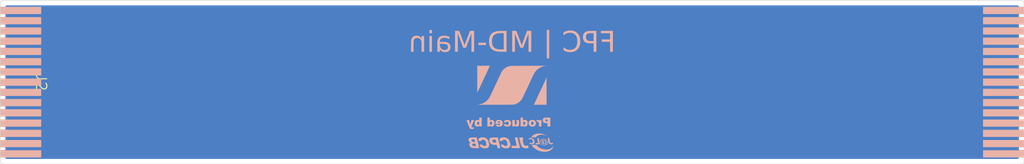
<source format=kicad_pcb>
(kicad_pcb (version 20240108) (generator "pcbnew") (generator_version "8.0")
  (layers (0 "F.Cu" signal) (31 "B.Cu" signal) (34 "B.Paste" user) (35 "F.Paste" user) (36 "B.SilkS" user "B.Silkscreen") (37 "F.SilkS" user "F.Silkscreen") (38 "B.Mask" user) (39 "F.Mask" user) (44 "Edge.Cuts" user))
  (net 0 "")
  (net 1 "Net-(J1-Pin_6)")
  (net 2 "Net-(J1-Pin_11)")
  (net 3 "Net-(J1-Pin_1)")
  (net 4 "Net-(J1-Pin_7)")
  (net 5 "Net-(J1-Pin_13)")
  (net 6 "Net-(J1-Pin_12)")
  (net 7 "Net-(J1-Pin_14)")
  (net 8 "Net-(J1-Pin_5)")
  (net 9 "Net-(J1-Pin_3)")
  (net 10 "Net-(J1-Pin_10)")
  (net 11 "Net-(J1-Pin_8)")
  (net 12 "Net-(J1-Pin_4)")
  (net 13 "Net-(J1-Pin_15)")
  (net 14 "Net-(J1-Pin_9)")
  (net 15 "Net-(J1-Pin_2)")
  (footprint "@2024TOINIOT2-FPC-FFC:FPC-FFC" (layer "F.Cu") (at 2 0 -90)
    (property "Reference" "J2")
    (property "Value" "Conn_01x15_Pin")
  )
  (footprint "@2024TOINIOT2-FPC-FFC:FPC-FFC" (layer "F.Cu") (at 98 0 -90)
    (property "Reference" "J1" (hide yes))
    (property "Value" "Conn_01x15_Pin")
  )
  (gr_poly (pts (xy 46.2 5.4) (xy 46.112412 5.401846) (xy 46.041866 5.404709) (xy 45.998393 5.408576) (xy 45.966273 5.414413) (xy 45.936547 5.42084) (xy 45.909152 5.427903) (xy 45.89631 5.431687) (xy 45.884027 5.435646) (xy 45.872296 5.439787) (xy 45.86111 5.444115) (xy 45.850459 5.448636) (xy 45.840338 5.453355) (xy 45.830737 5.458278) (xy 45.821649 5.46341) (xy 45.813067 5.468757) (xy 45.804983 5.474325) (xy 45.797388 5.48012) (xy 45.790276 5.486146) (xy 45.783638 5.49241) (xy 45.777466 5.498917) (xy 45.771754 5.505673) (xy 45.766492 5.512683) (xy 45.761674 5.519954) (xy 45.757292 5.52749) (xy 45.753337 5.535297) (xy 45.749803 5.543382) (xy 45.746681 5.551749) (xy 45.743964 5.560404) (xy 45.741643 5.569353) (xy 45.739712 5.578601) (xy 45.738162 5.588154) (xy 45.736985 5.598018) (xy 45.736233 5.608867) (xy 45.735955 5.619772) (xy 45.736141 5.630714) (xy 45.736781 5.641676) (xy 45.737865 5.652639) (xy 45.739383 5.663584) (xy 45.741325 5.674493) (xy 45.743683 5.685347) (xy 45.746444 5.696129) (xy 45.749601 5.706819) (xy 45.753142 5.717399) (xy 45.757058 5.727852) (xy 45.76134 5.738158) (xy 45.765976 5.748299) (xy 45.770958 5.758257) (xy 45.776276 5.768013) (xy 45.781919 5.777549) (xy 45.787877 5.786846) (xy 45.794142 5.795886) (xy 45.800702 5.804651) (xy 45.807548 5.813123) (xy 45.814671 5.821282) (xy 45.82206 5.82911) (xy 45.829705 5.836589) (xy 45.837597 5.843701) (xy 45.845725 5.850428) (xy 45.85408 5.85675) (xy 45.862652 5.862649) (xy 45.871431 5.868107) (xy 45.880407 5.873106) (xy 45.88957 5.877627) (xy 45.89891 5.881651) (xy 45.907441 5.885369) (xy 45.915163 5.888971) (xy 45.918718 5.890723) (xy 45.922065 5.892439) (xy 45.925203 5.894118) (xy 45.92813 5.895757) (xy 45.930845 5.897354) (xy 45.933346 5.898907) (xy 45.935631 5.900414) (xy 45.937698 5.901873) (xy 45.939546 5.903282) (xy 45.941173 5.904638) (xy 45.942577 5.905939) (xy 45.943757 5.907184) (xy 45.94471 5.908369) (xy 45.945435 5.909494) (xy 45.94593 5.910555) (xy 45.946194 5.911551) (xy 45.946224 5.91248) (xy 45.946151 5.912918) (xy 45.94602 5.913339) (xy 45.945828 5.913742) (xy 45.945578 5.914126) (xy 45.944898 5.91484) (xy 45.943977 5.915478) (xy 45.942815 5.916037) (xy 45.941409 5.916516) (xy 45.939757 5.916913) (xy 45.937858 5.917226) (xy 45.93571 5.917451) (xy 45.933311 5.917588) (xy 45.93066 5.917635) (xy 45.928842 5.917867) (xy 45.926586 5.918548) (xy 45.923923 5.919658) (xy 45.920887 5.921173) (xy 45.91751 5.923074) (xy 45.913824 5.925337) (xy 45.909862 5.92794) (xy 45.905657 5.930864) (xy 45.901241 5.934085) (xy 45.896647 5.937582) (xy 45.887053 5.945317) (xy 45.882119 5.949511) (xy 45.877138 5.953895) (xy 45.87214 5.958446) (xy 45.86716 5.963143) (xy 45.851744 5.978075) (xy 45.845473 5.984463) (xy 45.840073 5.990329) (xy 45.83548 5.995823) (xy 45.831627 6.001094) (xy 45.829958 6.003692) (xy 45.828451 6.006291) (xy 45.827095 6.008908) (xy 45.825885 6.011562) (xy 45.824811 6.014272) (xy 45.823865 6.017056) (xy 45.823039 6.019933) (xy 45.822325 6.022922) (xy 45.821201 6.029309) (xy 45.820428 6.036366) (xy 45.81994 6.044242) (xy 45.819671 6.053085) (xy 45.819535 6.074268) (xy 45.819736 6.086607) (xy 45.820337 6.098818) (xy 45.821336 6.110896) (xy 45.822728 6.122836) (xy 45.824513 6.134632) (xy 45.826686 6.146282) (xy 45.829244 6.15778) (xy 45.832185 6.169121) (xy 45.835506 6.180301) (xy 45.839204 6.191315) (xy 45.843276 6.202159) (xy 45.847719 6.212827) (xy 45.85253 6.223315) (xy 45.857707 6.23362) (xy 45.863246 6.243734) (xy 45.869144 6.253655) (xy 45.875399 6.263378) (xy 45.882008 6.272898) (xy 45.888967 6.28221) (xy 45.896274 6.291309) (xy 45.903927 6.300191) (xy 45.911921 6.308852) (xy 45.920254 6.317286) (xy 45.928924 6.32549) (xy 45.937927 6.333458) (xy 45.94726 6.341185) (xy 45.956921 6.348668) (xy 45.966906 6.3559) (xy 45.977213 6.362879) (xy 45.987839 6.369599) (xy 45.99878 6.376055) (xy 46.010035 6.382243) (xy 46.047488 6.400818) (xy 46.066043 6.408637) (xy 46.085028 6.415547) (xy 46.10485 6.421602) (xy 46.125916 6.426854) (xy 46.148635 6.431356) (xy 46.173415 6.43516) (xy 46.200663 6.438319) (xy 46.230786 6.440885) (xy 46.301291 6.444453) (xy 46.388193 6.446285) (xy 46.494751 6.446801) (xy 46.577826 6.446681) (xy 46.612442 6.446508) (xy 46.642819 6.446239) (xy 46.66924 6.445858) (xy 46.691986 6.44535) (xy 46.71134 6.4447) (xy 46.719834 6.444316) (xy 46.727585 6.443891) (xy 46.734629 6.443422) (xy 46.741002 6.442909) (xy 46.746738 6.442347) (xy 46.751873 6.441737) (xy 46.756442 6.441076) (xy 46.760481 6.440361) (xy 46.764024 6.439591) (xy 46.767107 6.438765) (xy 46.769766 6.437879) (xy 46.772034 6.436933) (xy 46.773949 6.435923) (xy 46.775545 6.43485) (xy 46.776857 6.433709) (xy 46.77792 6.4325) (xy 46.778771 6.43122) (xy 46.779443 6.429868) (xy 46.771384 6.382681) (xy 46.746718 6.267281) (xy 46.733216 6.207739) (xy 46.453246 6.207739) (xy 46.453151 6.210149) (xy 46.452927 6.212355) (xy 46.452575 6.214379) (xy 46.452096 6.216241) (xy 46.451809 6.217118) (xy 46.451491 6.217962) (xy 46.45076 6.219562) (xy 46.449904 6.221062) (xy 46.448925 6.222483) (xy 46.447822 6.223846) (xy 46.446597 6.225171) (xy 46.44525 6.22648) (xy 46.443782 6.227792) (xy 46.442193 6.229129) (xy 46.43866 6.23196) (xy 46.435375 6.234218) (xy 46.431832 6.236234) (xy 46.42797 6.238015) (xy 46.423727 6.239566) (xy 46.419045 6.240894) (xy 46.413861 6.242006) (xy 46.408117 6.242906) (xy 46.40175 6.243601) (xy 46.394702 6.244098) (xy 46.386911 6.244403) (xy 46.368859 6.244461) (xy 46.347112 6.243825) (xy 46.321184 6.242543) (xy 46.294343 6.240544) (xy 46.281623 6.239235) (xy 46.269368 6.237716) (xy 46.257574 6.235988) (xy 46.24624 6.234048) (xy 46.235364 6.231896) (xy 46.224942 6.229529) (xy 46.214974 6.226947) (xy 46.205455 6.224147) (xy 46.196385 6.22113) (xy 46.18776 6.217893) (xy 46.179579 6.214436) (xy 46.171839 6.210756) (xy 46.164537 6.206852) (xy 46.157672 6.202723) (xy 46.151241 6.198368) (xy 46.145242 6.193785) (xy 46.139672 6.188974) (xy 46.134529 6.183932) (xy 46.129812 6.178658) (xy 46.125516 6.173151) (xy 46.121641 6.167409) (xy 46.118183 6.161432) (xy 46.115141 6.155217) (xy 46.112512 6.148764) (xy 46.110294 6.142071) (xy 46.108485 6.135137) (xy 46.107081 6.12796) (xy 46.106082 6.120539) (xy 46.105484 6.112873) (xy 46.105285 6.10496) (xy 46.105383 6.100523) (xy 46.105678 6.096146) (xy 46.106165 6.091831) (xy 46.106841 6.087582) (xy 46.107705 6.083402) (xy 46.108752 6.079294) (xy 46.10998 6.075261) (xy 46.111387 6.071308) (xy 46.112968 6.067437) (xy 46.114722 6.063651) (xy 46.116645 6.059954) (xy 46.118735 6.056349) (xy 46.120988 6.052839) (xy 46.123402 6.049428) (xy 46.125974 6.046119) (xy 46.128701 6.042915) (xy 46.131579 6.039819) (xy 46.134606 6.036836) (xy 46.13778 6.033967) (xy 46.141097 6.031217) (xy 46.144554 6.028589) (xy 46.148148 6.026086) (xy 46.151877 6.023711) (xy 46.155738 6.021467) (xy 46.159727 6.019358) (xy 46.163842 6.017388) (xy 46.16808 6.015559) (xy 46.172438 6.013875) (xy 46.176912 6.012339) (xy 46.181501 6.010954) (xy 46.186202 6.009724) (xy 46.19101 6.008651) (xy 46.199409 6.007349) (xy 46.210081 6.00622) (xy 46.236816 6.004484) (xy 46.268363 6.003442) (xy 46.30187 6.003095) (xy 46.334484 6.003442) (xy 46.363353 6.004484) (xy 46.385623 6.00622) (xy 46.393393 6.007349) (xy 46.398443 6.008651) (xy 46.399754 6.009759) (xy 46.401292 6.011855) (xy 46.403034 6.014888) (xy 46.404959 6.018805) (xy 46.40927 6.029078) (xy 46.414053 6.042253) (xy 46.419134 6.057909) (xy 46.424339 6.075624) (xy 46.429494 6.094976) (xy 46.434426 6.115543) (xy 46.438706 6.13307) (xy 46.442422 6.148457) (xy 46.445579 6.161868) (xy 46.448185 6.17347) (xy 46.449282 6.178645) (xy 46.450244 6.183429) (xy 46.451072 6.187844) (xy 46.451765 6.19191) (xy 46.452325 6.195649) (xy 46.452752 6.19908) (xy 46.453047 6.202225) (xy 46.453212 6.205104) (xy 46.453246 6.207739) (xy 46.733216 6.207739) (xy 46.668451 5.922133) (xy 46.643707 5.81743) (xy 46.363791 5.81743) (xy 46.363749 5.819797) (xy 46.363612 5.82197) (xy 46.36338 5.82396) (xy 46.363055 5.825775) (xy 46.362637 5.827423) (xy 46.362126 5.828915) (xy 46.361524 5.83026) (xy 46.360831 5.831465) (xy 46.360048 5.832541) (xy 46.359176 5.833497) (xy 46.358216 5.834342) (xy 46.357168 5.835085) (xy 46.354512 5.836583) (xy 46.351135 5.837905) (xy 46.342389 5.840035) (xy 46.331267 5.841505) (xy 46.318109 5.842344) (xy 46.303251 5.842582) (xy 46.287033 5.842247) (xy 46.269791 5.84137) (xy 46.251864 5.839979) (xy 46.23359 5.838105) (xy 46.215306 5.835777) (xy 46.197351 5.833024) (xy 46.180063 5.829876) (xy 46.163779 5.826361) (xy 46.148838 5.822511) (xy 46.135577 5.818353) (xy 46.124335 5.813918) (xy 46.115881 5.809953) (xy 46.107787 5.805615) (xy 46.10006 5.800926) (xy 46.092707 5.79591) (xy 46.085734 5.79059) (xy 46.079149 5.78499) (xy 46.072958 5.779132) (xy 46.067168 5.77304) (xy 46.061786 5.766737) (xy 46.056818 5.760247) (xy 46.052272 5.753592) (xy 46.048153 5.746797) (xy 46.04447 5.739883) (xy 46.041228 5.732875) (xy 46.038434 5.725795) (xy 46.036096 5.718668) (xy 46.03422 5.711516) (xy 46.032812 5.704362) (xy 46.031881 5.69723) (xy 46.031431 5.690143) (xy 46.03147 5.683124) (xy 46.032006 5.676196) (xy 46.033044 5.669383) (xy 46.034592 5.662709) (xy 46.036655 5.656195) (xy 46.039242 5.649866) (xy 46.042359 5.643745) (xy 46.046012 5.637854) (xy 46.050209 5.632218) (xy 46.054956 5.62686) (xy 46.060259 5.621802) (xy 46.066127 5.617068) (xy 46.070706 5.613841) (xy 46.075375 5.610898) (xy 46.080223 5.608224) (xy 46.085342 5.605807) (xy 46.09082 5.603631) (xy 46.096748 5.601683) (xy 46.103215 5.599949) (xy 46.110312 5.598415) (xy 46.118128 5.597067) (xy 46.126753 5.595891) (xy 46.136278 5.594873) (xy 46.146791 5.594) (xy 46.171146 5.592629) (xy 46.200535 5.591668) (xy 46.221497 5.591071) (xy 46.241231 5.590858) (xy 46.259303 5.591017) (xy 46.267581 5.591232) (xy 46.27528 5.591536) (xy 46.282346 5.591926) (xy 46.288726 5.592402) (xy 46.294365 5.592961) (xy 46.299208 5.593603) (xy 46.303202 5.594325) (xy 46.306292 5.595126) (xy 46.307481 5.595556) (xy 46.308424 5.596005) (xy 46.309114 5.596473) (xy 46.309543 5.59696) (xy 46.311259 5.601098) (xy 46.313942 5.60923) (xy 46.321714 5.635589) (xy 46.331868 5.672267) (xy 46.34341 5.715493) (xy 46.347355 5.731405) (xy 46.350859 5.745852) (xy 46.35393 5.758907) (xy 46.356573 5.770642) (xy 46.358794 5.781131) (xy 46.360599 5.790447) (xy 46.361996 5.798661) (xy 46.362542 5.802379) (xy 46.362989 5.805848) (xy 46.363336 5.809079) (xy 46.363585 5.81208) (xy 46.363736 5.814861) (xy 46.363791 5.81743) (xy 46.643707 5.81743) (xy 46.586413 5.574999) (xy 46.557034 5.457119) (xy 46.542377 5.40646) (xy 46.536 5.404611) (xy 46.520088 5.403035) (xy 46.464672 5.400688) (xy 46.386163 5.399409) (xy 46.294594 5.399184)) (stroke (width -0.000001)) (fill solid) (layer "B.SilkS"))
  (gr_poly (pts (xy 47.058787 5.389497) (xy 47.03302 5.390574) (xy 47.008225 5.392205) (xy 46.984738 5.394395) (xy 46.962897 5.397145) (xy 46.943036 5.400461) (xy 46.925493 5.404343) (xy 46.899163 5.411846) (xy 46.874542 5.420466) (xy 46.85163 5.430202) (xy 46.840815 5.435488) (xy 46.830425 5.441054) (xy 46.820462 5.446899) (xy 46.810925 5.453022) (xy 46.801814 5.459425) (xy 46.793129 5.466107) (xy 46.78487 5.473067) (xy 46.777035 5.480307) (xy 46.769626 5.487826) (xy 46.762642 5.495624) (xy 46.756083 5.503701) (xy 46.749948 5.512057) (xy 46.744238 5.520692) (xy 46.738952 5.529607) (xy 46.734089 5.5388) (xy 46.729651 5.548272) (xy 46.725636 5.558024) (xy 46.722045 5.568054) (xy 46.718877 5.578363) (xy 46.716132 5.588952) (xy 46.71381 5.599819) (xy 46.71191 5.610966) (xy 46.710433 5.622392) (xy 46.709378 5.634096) (xy 46.708535 5.658343) (xy 46.708596 5.665059) (xy 46.708777 5.67169) (xy 46.709072 5.6782) (xy 46.709477 5.684553) (xy 46.709988 5.690714) (xy 46.7106 5.696648) (xy 46.711308 5.702317) (xy 46.712107 5.707688) (xy 46.712993 5.712723) (xy 46.713961 5.717388) (xy 46.715007 5.721647) (xy 46.716125 5.725464) (xy 46.717312 5.728804) (xy 46.718562 5.731631) (xy 46.71921 5.73284) (xy 46.719872 5.733908) (xy 46.720547 5.73483) (xy 46.721235 5.735601) (xy 46.723244 5.737139) (xy 46.726095 5.738578) (xy 46.729786 5.739917) (xy 46.734315 5.741158) (xy 46.739682 5.742299) (xy 46.745885 5.74334) (xy 46.76079 5.745126) (xy 46.77902 5.746515) (xy 46.80056 5.747508) (xy 46.8254 5.748103) (xy 46.853527 5.748301) (xy 46.973118 5.748301) (xy 46.999577 5.705968) (xy 47.00643 5.69567) (xy 47.013527 5.686192) (xy 47.020913 5.677512) (xy 47.028631 5.669604) (xy 47.036728 5.662447) (xy 47.045248 5.656018) (xy 47.054236 5.650292) (xy 47.063738 5.645246) (xy 47.073797 5.640858) (xy 47.08446 5.637104) (xy 47.095771 5.633961) (xy 47.107774 5.631405) (xy 47.120516 5.629414) (xy 47.134041 5.627963) (xy 47.148393 5.627031) (xy 47.163618 5.626593) (xy 47.17629 5.626838) (xy 47.188707 5.627572) (xy 47.200867 5.628795) (xy 47.212771 5.630506) (xy 47.224416 5.632705) (xy 47.235802 5.63539) (xy 47.246928 5.638562) (xy 47.257793 5.64222) (xy 47.268396 5.646363) (xy 47.278737 5.650991) (xy 47.288813 5.656103) (xy 47.298624 5.661698) (xy 47.308169 5.667776) (xy 47.317448 5.674337) (xy 47.326459 5.681379) (xy 47.335201 5.688902) (xy 47.343673 5.696906) (xy 47.351874 5.705391) (xy 47.359804 5.714354) (xy 47.367461 5.723796) (xy 47.374845 5.733717) (xy 47.381954 5.744115) (xy 47.395344 5.766343) (xy 47.407624 5.790474) (xy 47.418786 5.816504) (xy 47.428823 5.844429) (xy 47.437726 5.874243) (xy 47.446817 5.908842) (xy 47.454639 5.940893) (xy 47.46119 5.970526) (xy 47.466467 5.99787) (xy 47.470466 6.023056) (xy 47.471986 6.03488) (xy 47.473185 6.046214) (xy 47.474063 6.057073) (xy 47.47462 6.067475) (xy 47.474855 6.077434) (xy 47.474768 6.086968) (xy 47.474359 6.096093) (xy 47.473627 6.104824) (xy 47.472571 6.113179) (xy 47.471192 6.121174) (xy 47.469489 6.128824) (xy 47.467462 6.136146) (xy 47.465109 6.143157) (xy 47.462432 6.149873) (xy 47.459429 6.156309) (xy 47.4561 6.162483) (xy 47.452445 6.16841) (xy 47.448463 6.174107) (xy 47.444154 6.17959) (xy 47.439517 6.184875) (xy 47.434553 6.189979) (xy 47.42926 6.194918) (xy 47.421211 6.201378) (xy 47.412192 6.20726) (xy 47.402278 6.212556) (xy 47.39154 6.217259) (xy 47.380052 6.221359) (xy 47.367887 6.224851) (xy 47.355117 6.227726) (xy 47.341815 6.229975) (xy 47.328054 6.231592) (xy 47.313908 6.232569) (xy 47.299448 6.232898) (xy 47.284748 6.232571) (xy 47.26988 6.231581) (xy 47.254918 6.229919) (xy 47.239934 6.227579) (xy 47.225002 6.224551) (xy 47.21658 6.222534) (xy 47.208726 6.220421) (xy 47.201361 6.218166) (xy 47.194409 6.215721) (xy 47.187792 6.21304) (xy 47.181432 6.210078) (xy 47.175252 6.206787) (xy 47.169174 6.20312) (xy 47.163122 6.199032) (xy 47.157016 6.194476) (xy 47.15078 6.189405) (xy 47.144337 6.183772) (xy 47.137608 6.177532) (xy 47.130516 6.170638) (xy 47.122984 6.163043) (xy 47.114935 6.154701) (xy 47.06096 6.097551) (xy 46.956185 6.097551) (xy 46.930675 6.097752) (xy 46.919017 6.098005) (xy 46.90808 6.098362) (xy 46.897856 6.098824) (xy 46.888338 6.099393) (xy 46.879517 6.100071) (xy 46.871386 6.100859) (xy 46.863937 6.101758) (xy 46.857163 6.102771) (xy 46.851055 6.103898) (xy 46.845606 6.105142) (xy 46.840808 6.106503) (xy 46.836653 6.107984) (xy 46.833134 6.109585) (xy 46.830243 6.11131) (xy 46.82708 6.113778) (xy 46.824338 6.116076) (xy 46.822014 6.118281) (xy 46.820106 6.120471) (xy 46.819309 6.121584) (xy 46.818615 6.122722) (xy 46.818024 6.123896) (xy 46.817537 6.125113) (xy 46.817153 6.126386) (xy 46.816872 6.127722) (xy 46.816693 6.129131) (xy 46.816617 6.130624) (xy 46.816772 6.133899) (xy 46.817334 6.137623) (xy 46.818303 6.141875) (xy 46.819676 6.146731) (xy 46.821453 6.152269) (xy 46.82363 6.158567) (xy 46.829184 6.173751) (xy 46.837879 6.194253) (xy 46.848038 6.214439) (xy 46.85959 6.234241) (xy 46.87246 6.253589) (xy 46.886578 6.272417) (xy 46.901869 6.290656) (xy 46.91826 6.308237) (xy 46.935679 6.325093) (xy 46.954054 6.341155) (xy 46.97331 6.356355) (xy 46.993376 6.370625) (xy 47.014178 6.383897) (xy 47.035644 6.396102) (xy 47.0577 6.407172) (xy 47.080274 6.417039) (xy 47.103293 6.425635) (xy 47.118412 6.430128) (xy 47.136333 6.434796) (xy 47.156388 6.439513) (xy 47.177906 6.444156) (xy 47.200217 6.4486) (xy 47.222653 6.452721) (xy 47.244543 6.456397) (xy 47.265218 6.459501) (xy 47.291278 6.462232) (xy 47.31686 6.464081) (xy 47.341944 6.465059) (xy 47.36651 6.46518) (xy 47.390539 6.464452) (xy 47.414011 6.462889) (xy 47.436907 6.460502) (xy 47.459207 6.457302) (xy 47.480892 6.4533) (xy 47.501941 6.448508) (xy 47.522336 6.442938) (xy 47.542057 6.4366) (xy 47.561084 6.429507) (xy 47.579398 6.421669) (xy 47.596979 6.413099) (xy 47.613807 6.403807) (xy 47.629863 6.393804) (xy 47.645128 6.383104) (xy 47.659581 6.371716) (xy 47.673204 6.359652) (xy 47.685976 6.346924) (xy 47.697879 6.333543) (xy 47.708892 6.319521) (xy 47.718995 6.304869) (xy 47.728171 6.289598) (xy 47.736398 6.27372) (xy 47.743657 6.257246) (xy 47.749929 6.240189) (xy 47.755194 6.222558) (xy 47.759432 6.204366) (xy 47.762625 6.185624) (xy 47.764752 6.166343) (xy 47.765037 6.148145) (xy 47.763615 6.125339) (xy 47.760636 6.098573) (xy 47.756252 6.068497) (xy 47.743878 6.001014) (xy 47.72771 5.928086) (xy 47.708962 5.85491) (xy 47.688849 5.786682) (xy 47.678661 5.756048) (xy 47.668588 5.7286) (xy 47.658781 5.704987) (xy 47.649393 5.68586) (xy 47.63561 5.661607) (xy 47.620487 5.63809) (xy 47.604075 5.615348) (xy 47.586422 5.593421) (xy 47.567579 5.57235) (xy 47.547595 5.552175) (xy 47.526519 5.532936) (xy 47.504402 5.514674) (xy 47.481292 5.497429) (xy 47.45724 5.481242) (xy 47.432294 5.466152) (xy 47.406506 5.452199) (xy 47.379923 5.439426) (xy 47.352597 5.42787) (xy 47.324576 5.417574) (xy 47.29591 5.408576) (xy 47.278925 5.404273) (xy 47.259548 5.400494) (xy 47.238116 5.397242) (xy 47.214964 5.39452) (xy 47.190429 5.392332) (xy 47.164848 5.39068) (xy 47.111892 5.388997)) (stroke (width -0.000001)) (fill solid) (layer "B.SilkS"))
  (gr_poly (pts (xy 51.803881 5.44284) (xy 51.790714 5.443131) (xy 51.777724 5.443706) (xy 51.765088 5.444563) (xy 51.752982 5.445701) (xy 51.741582 5.447117) (xy 51.731067 5.448812) (xy 51.721611 5.450782) (xy 51.713393 5.453026) (xy 51.709492 5.454524) (xy 51.705354 5.456228) (xy 51.69651 5.460187) (xy 51.687144 5.464765) (xy 51.677542 5.469827) (xy 51.66799 5.475237) (xy 51.658773 5.480857) (xy 51.65438 5.483704) (xy 51.650176 5.486552) (xy 51.6462 5.489385) (xy 51.642485 5.492185) (xy 51.606502 5.517585) (xy 51.646718 5.55886) (xy 51.650881 5.56316) (xy 51.65502 5.567318) (xy 51.659108 5.571315) (xy 51.663122 5.575132) (xy 51.667037 5.57875) (xy 51.670828 5.582151) (xy 51.674471 5.585317) (xy 51.677939 5.588228) (xy 51.681209 5.590867) (xy 51.684256 5.593214) (xy 51.687055 5.595251) (xy 51.689581 5.59696) (xy 51.691809 5.598321) (xy 51.693715 5.599316) (xy 51.694539 5.599671) (xy 51.695274 5.599927) (xy 51.695915 5.600082) (xy 51.69646 5.600135) (xy 51.697573 5.600025) (xy 51.698918 5.599703) (xy 51.700476 5.599179) (xy 51.702231 5.598464) (xy 51.704166 5.59757) (xy 51.706264 5.596507) (xy 51.708508 5.595286) (xy 51.71088 5.593917) (xy 51.715942 5.590781) (xy 51.721314 5.587187) (xy 51.72686 5.58322) (xy 51.732443 5.578968) (xy 51.735948 5.576373) (xy 51.739706 5.573945) (xy 51.747932 5.569592) (xy 51.757016 5.565908) (xy 51.766856 5.562895) (xy 51.777346 5.56055) (xy 51.788384 5.558876) (xy 51.799865 5.557872) (xy 51.811686 5.557537) (xy 51.823742 5.557872) (xy 51.83593 5.558876) (xy 51.848146 5.56055) (xy 51.860287 5.562895) (xy 51.872247 5.565908) (xy 51.883923 5.569592) (xy 51.895212 5.573945) (xy 51.90601 5.578968) (xy 51.92076 5.587483) (xy 51.934814 5.597478) (xy 51.948121 5.608848) (xy 51.96063 5.621483) (xy 51.972289 5.635279) (xy 51.983047 5.650126) (xy 51.992853 5.66592) (xy 52.001657 5.682552) (xy 52.009406 5.699916) (xy 52.01605 5.717905) (xy 52.021537 5.736412) (xy 52.025817 5.755329) (xy 52.028837 5.774551) (xy 52.030548 5.793969) (xy 52.030898 5.813477) (xy 52.029835 5.832968) (xy 52.028473 5.843658) (xy 52.026579 5.853896) (xy 52.024168 5.863676) (xy 52.021253 5.872992) (xy 52.017847 5.88184) (xy 52.013966 5.890213) (xy 52.009623 5.898106) (xy 52.004832 5.905513) (xy 51.999607 5.912429) (xy 51.993961 5.918848) (xy 51.98791 5.924764) (xy 51.981466 5.930171) (xy 51.974644 5.935065) (xy 51.967457 5.939439) (xy 51.959921 5.943288) (xy 51.952047 5.946607) (xy 51.943852 5.949388) (xy 51.935348 5.951628) (xy 51.926549 5.95332) (xy 51.91747 5.954459) (xy 51.908124 5.955039) (xy 51.898525 5.955055) (xy 51.888688 5.9545) (xy 51.878626 5.95337) (xy 51.868353 5.951658) (xy 51.857883 5.94936) (xy 51.84723 5.946468) (xy 51.836408 5.942979) (xy 51.825431 5.938886) (xy 51.814313 5.934183) (xy 51.803068 5.928865) (xy 51.79171 5.922926) (xy 51.746202 5.898585) (xy 51.714452 5.936685) (xy 51.710656 5.941348) (xy 51.707205 5.945811) (xy 51.704094 5.950072) (xy 51.701322 5.954131) (xy 51.698884 5.957984) (xy 51.696778 5.961632) (xy 51.695849 5.963378) (xy 51.695001 5.965072) (xy 51.694235 5.966713) (xy 51.69355 5.968302) (xy 51.692945 5.969839) (xy 51.69242 5.971322) (xy 51.691976 5.972752) (xy 51.691611 5.974129) (xy 51.691325 5.975453) (xy 51.691117 5.976723) (xy 51.690988 5.977939) (xy 51.690937 5.979101) (xy 51.690963 5.980208) (xy 51.691067 5.981261) (xy 51.691247 5.98226) (xy 51.691503 5.983204) (xy 51.691836 5.984092) (xy 51.692244 5.984926) (xy 51.692727 5.985704) (xy 51.693285 5.986426) (xy 51.698059 5.991375) (xy 51.704338 5.996648) (xy 51.711965 6.002172) (xy 51.720785 6.007874) (xy 51.730641 6.013682) (xy 51.741375 6.019522) (xy 51.752832 6.025322) (xy 51.764855 6.031009) (xy 51.777287 6.036509) (xy 51.789972 6.041751) (xy 51.802752 6.046661) (xy 51.815473 6.051167) (xy 51.827976 6.055195) (xy 51.840106 6.058672) (xy 51.851705 6.061526) (xy 51.862618 6.063685) (xy 51.875285 6.065735) (xy 51.887877 6.067326) (xy 51.900382 6.068462) (xy 51.912786 6.06915) (xy 51.925077 6.069394) (xy 51.937242 6.069201) (xy 51.949268 6.068574) (xy 51.961142 6.067521) (xy 51.972853 6.066046) (xy 51.984386 6.064155) (xy 51.995729 6.061853) (xy 52.00687 6.059145) (xy 52.017795 6.056038) (xy 52.028492 6.052536) (xy 52.038948 6.048645) (xy 52.049149 6.04437) (xy 52.059085 6.039717) (xy 52.068741 6.034691) (xy 52.078104 6.029298) (xy 52.087163 6.023542) (xy 52.095903 6.017431) (xy 52.104314 6.010967) (xy 52.11238 6.004159) (xy 52.120091 5.99701) (xy 52.127433 5.989526) (xy 52.134392 5.981712) (xy 52.140958 5.973575) (xy 52.147116 5.965119) (xy 52.152853 5.95635) (xy 52.158158 5.947273) (xy 52.163018 5.937894) (xy 52.167418 5.928218) (xy 52.171276 5.917288) (xy 52.174519 5.905222) (xy 52.17715 5.892148) (xy 52.179176 5.878195) (xy 52.1806 5.863492) (xy 52.181427 5.848167) (xy 52.181662 5.832349) (xy 52.181309 5.816167) (xy 52.180373 5.799749) (xy 52.178859 5.783224) (xy 52.176772 5.766721) (xy 52.174116 5.750368) (xy 52.170895 5.734295) (xy 52.167114 5.718629) (xy 52.162779 5.703499) (xy 52.157893 5.689035) (xy 52.14976 5.669675) (xy 52.140102 5.650544) (xy 52.129009 5.63172) (xy 52.116569 5.613281) (xy 52.102869 5.595308) (xy 52.088 5.577879) (xy 52.072048 5.561073) (xy 52.055103 5.544969) (xy 52.037252 5.529647) (xy 52.018584 5.515185) (xy 51.999187 5.501662) (xy 51.979151 5.489158) (xy 51.958562 5.477752) (xy 51.93751 5.467523) (xy 51.916082 5.458549) (xy 51.894368 5.45091) (xy 51.88615 5.448875) (xy 51.876695 5.447137) (xy 51.866179 5.445694) (xy 51.85478 5.444543) (xy 51.842674 5.443684) (xy 51.830037 5.443115) (xy 51.817047 5.442834)) (stroke (width -0.000001)) (fill solid) (layer "B.SilkS"))
  (gr_poly (pts (xy 53.008396 5.537468) (xy 52.990915 5.538004) (xy 52.974067 5.539032) (xy 52.958037 5.540563) (xy 52.943011 5.542606) (xy 52.929176 5.545174) (xy 52.916718 5.548276) (xy 52.906723 5.551217) (xy 52.896982 5.554479) (xy 52.887502 5.558051) (xy 52.87829 5.561927) (xy 52.869351 5.566098) (xy 52.860692 5.570554) (xy 52.852319 5.575288) (xy 52.844239 5.580291) (xy 52.836458 5.585554) (xy 52.828983 5.59107) (xy 52.82182 5.596828) (xy 52.814976 5.602822) (xy 52.808456 5.609042) (xy 52.802267 5.615479) (xy 52.796416 5.622126) (xy 52.790909 5.628974) (xy 52.785752 5.636014) (xy 52.780952 5.643238) (xy 52.776515 5.650637) (xy 52.772448 5.658202) (xy 52.768757 5.665926) (xy 52.765448 5.673799) (xy 52.762527 5.681814) (xy 52.760002 5.689961) (xy 52.757879 5.698232) (xy 52.756163 5.706618) (xy 52.754862 5.715112) (xy 52.753981 5.723703) (xy 52.753527 5.732385) (xy 52.753507 5.741148) (xy 52.753927 5.749984) (xy 52.754793 5.758885) (xy 52.756568 5.771505) (xy 52.758906 5.783959) (xy 52.761796 5.796233) (xy 52.765224 5.808316) (xy 52.769177 5.820196) (xy 52.773643 5.831862) (xy 52.778609 5.8433) (xy 52.784063 5.854498) (xy 52.789991 5.865446) (xy 52.79638 5.876131) (xy 52.803218 5.88654) (xy 52.810492 5.896662) (xy 52.81819 5.906485) (xy 52.826297 5.915997) (xy 52.843693 5.934039) (xy 52.862577 5.950692) (xy 52.882847 5.965859) (xy 52.904401 5.979445) (xy 52.927136 5.991354) (xy 52.938915 5.99665) (xy 52.95095 6.001489) (xy 52.96323 6.005862) (xy 52.975741 6.009755) (xy 52.988471 6.013157) (xy 53.001406 6.016055) (xy 53.014535 6.018438) (xy 53.027843 6.020293) (xy 53.035987 6.021197) (xy 53.043388 6.021918) (xy 53.050093 6.022446) (xy 53.056154 6.022773) (xy 53.058958 6.022859) (xy 53.061619 6.02289) (xy 53.064144 6.022866) (xy 53.066539 6.022786) (xy 53.068809 6.022648) (xy 53.070962 6.022453) (xy 53.073003 6.022197) (xy 53.074939 6.021881) (xy 53.076776 6.021502) (xy 53.078519 6.02106) (xy 53.080176 6.020554) (xy 53.081752 6.019983) (xy 53.083254 6.019345) (xy 53.084687 6.018639) (xy 53.086059 6.017864) (xy 53.087375 6.017019) (xy 53.088641 6.016102) (xy 53.089863 6.015114) (xy 53.091049 6.014051) (xy 53.092203 6.012914) (xy 53.093333 6.0117) (xy 53.094444 6.01041) (xy 53.095543 6.009041) (xy 53.096635 6.007593) (xy 53.098916 6.004605) (xy 53.101044 6.001991) (xy 53.103088 5.999756) (xy 53.105118 5.997903) (xy 53.10615 5.99712) (xy 53.107204 5.996433) (xy 53.10829 5.995844) (xy 53.109416 5.995352) (xy 53.11059 5.994957) (xy 53.111822 5.994661) (xy 53.113121 5.994463) (xy 53.114494 5.994364) (xy 53.115952 5.994364) (xy 53.117501 5.994464) (xy 53.120913 5.994963) (xy 53.124798 5.995866) (xy 53.129228 5.997175) (xy 53.134272 5.998893) (xy 53.14 6.001024) (xy 53.153785 6.006535) (xy 53.165844 6.011136) (xy 53.177432 6.015016) (xy 53.188574 6.018174) (xy 53.199293 6.020607) (xy 53.209616 6.022315) (xy 53.214637 6.022897) (xy 53.219567 6.023296) (xy 53.224411 6.023514) (xy 53.229171 6.023549) (xy 53.23385 6.023401) (xy 53.238452 6.023071) (xy 53.242979 6.022558) (xy 53.247435 6.021862) (xy 53.251823 6.020982) (xy 53.256146 6.019919) (xy 53.260406 6.018672) (xy 53.264608 6.017241) (xy 53.268754 6.015626) (xy 53.272848 6.013827) (xy 53.276891 6.011844) (xy 53.280888 6.009675) (xy 53.284842 6.007322) (xy 53.288756 6.004784) (xy 53.292632 6.00206) (xy 53.296474 5.999151) (xy 53.304068 5.992776) (xy 53.309518 5.987816) (xy 53.314377 5.983204) (xy 53.318674 5.978868) (xy 53.32244 5.974735) (xy 53.325704 5.970732) (xy 53.328495 5.966787) (xy 53.330842 5.962826) (xy 53.331859 5.960818) (xy 53.332776 5.958777) (xy 53.333596 5.956697) (xy 53.334325 5.954567) (xy 53.335519 5.950123) (xy 53.336387 5.945371) (xy 53.336959 5.94024) (xy 53.337265 5.934656) (xy 53.337333 5.928547) (xy 53.337194 5.921839) (xy 53.336877 5.91446) (xy 53.336385 5.907051) (xy 53.249035 5.907051) (xy 53.248846 5.915613) (xy 53.248266 5.923453) (xy 53.247824 5.927111) (xy 53.247277 5.930596) (xy 53.246623 5.933914) (xy 53.24586 5.937065) (xy 53.244985 5.940054) (xy 53.243997 5.942882) (xy 53.242892 5.945554) (xy 53.241668 5.948072) (xy 53.240324 5.950439) (xy 53.238856 5.952657) (xy 53.237262 5.95473) (xy 53.235541 5.956661) (xy 53.23369 5.958452) (xy 53.231706 5.960106) (xy 53.229587 5.961627) (xy 53.227331 5.963017) (xy 53.224935 5.964279) (xy 53.222398 5.965416) (xy 53.219716 5.966431) (xy 53.216888 5.967327) (xy 53.213911 5.968106) (xy 53.210783 5.968772) (xy 53.207501 5.969328) (xy 53.204064 5.969776) (xy 53.196713 5.970361) (xy 53.18871 5.970551) (xy 53.182503 5.970251) (xy 53.176197 5.969367) (xy 53.169812 5.967922) (xy 53.163368 5.96594) (xy 53.156883 5.963443) (xy 53.150377 5.960457) (xy 53.14387 5.957003) (xy 53.137381 5.953105) (xy 53.124533 5.944074) (xy 53.111989 5.933549) (xy 53.099904 5.921719) (xy 53.088433 5.908771) (xy 53.077731 5.894893) (xy 53.067952 5.880273) (xy 53.059253 5.865097) (xy 53.051788 5.849554) (xy 53.045712 5.833831) (xy 53.043243 5.825961) (xy 53.04118 5.818116) (xy 53.039541 5.81032) (xy 53.038347 5.802596) (xy 53.037616 5.794968) (xy 53.037368 5.78746) (xy 53.037441 5.783681) (xy 53.037654 5.779902) (xy 53.037996 5.776149) (xy 53.03846 5.772445) (xy 53.039035 5.768815) (xy 53.039712 5.765284) (xy 53.040483 5.761878) (xy 53.041337 5.75862) (xy 53.042266 5.755536) (xy 53.043259 5.75265) (xy 53.044309 5.749988) (xy 53.045405 5.747574) (xy 53.046538 5.745432) (xy 53.047699 5.743588) (xy 53.048288 5.742786) (xy 53.048879 5.742067) (xy 53.049473 5.741435) (xy 53.050068 5.740893) (xy 53.057154 5.736002) (xy 53.0645 5.732027) (xy 53.072074 5.728942) (xy 53.079844 5.726719) (xy 53.08778 5.725333) (xy 53.095849 5.724757) (xy 53.10402 5.724964) (xy 53.112262 5.725927) (xy 53.120542 5.727621) (xy 53.12883 5.730019) (xy 53.137093 5.733094) (xy 53.1453 5.736819) (xy 53.153419 5.741168) (xy 53.161419 5.746115) (xy 53.169269 5.751632) (xy 53.176936 5.757694) (xy 53.184389 5.764274) (xy 53.191597 5.771345) (xy 53.198527 5.77888) (xy 53.205149 5.786854) (xy 53.211431 5.795239) (xy 53.217341 5.80401) (xy 53.222847 5.813139) (xy 53.227918 5.8226) (xy 53.232522 5.832366) (xy 53.236629 5.842411) (xy 53.240205 5.852709) (xy 53.24322 5.863232) (xy 53.245642 5.873954) (xy 53.24744 5.884849) (xy 53.248581 5.895891) (xy 53.249035 5.907051) (xy 53.336385 5.907051) (xy 53.336133 5.903249) (xy 53.334712 5.892054) (xy 53.332636 5.880897) (xy 53.329929 5.869801) (xy 53.326614 5.858788) (xy 53.322712 5.84788) (xy 53.318249 5.8371) (xy 53.313246 5.826469) (xy 53.307727 5.816011) (xy 53.301715 5.805747) (xy 53.295232 5.795699) (xy 53.288303 5.785891) (xy 53.280949 5.776344) (xy 53.273195 5.76708) (xy 53.265063 5.758122) (xy 53.256576 5.749492) (xy 53.247757 5.741212) (xy 53.238629 5.733306) (xy 53.229216 5.725794) (xy 53.21954 5.718699) (xy 53.209625 5.712044) (xy 53.199493 5.70585) (xy 53.189168 5.700141) (xy 53.178672 5.694938) (xy 53.16803 5.690264) (xy 53.157263 5.686141) (xy 53.146394 5.68259) (xy 53.135448 5.679636) (xy 53.124447 5.677299) (xy 53.113414 5.675602) (xy 53.102371 5.674568) (xy 53.091343 5.674218) (xy 53.086758 5.674316) (xy 53.082145 5.674602) (xy 53.077526 5.675069) (xy 53.072922 5.675706) (xy 53.068355 5.676505) (xy 53.063847 5.677455) (xy 53.05942 5.678548) (xy 53.055095 5.679774) (xy 53.050895 5.681125) (xy 53.04684 5.68259) (xy 53.042952 5.68416) (xy 53.039253 5.685827) (xy 53.035766 5.68758) (xy 53.032511 5.689411) (xy 53.02951 5.69131) (xy 53.026785 5.693268) (xy 53.022484 5.696617) (xy 53.018668 5.699519) (xy 53.015276 5.701974) (xy 53.013721 5.703035) (xy 53.012249 5.703984) (xy 53.010854 5.704821) (xy 53.009526 5.705546) (xy 53.00826 5.70616) (xy 53.007047 5.706662) (xy 53.005879 5.707053) (xy 53.00475 5.707332) (xy 53.003651 5.7075) (xy 53.002576 5.707555) (xy 53.001515 5.7075) (xy 53.000463 5.707332) (xy 52.999412 5.707053) (xy 52.998353 5.706662) (xy 52.997279 5.70616) (xy 52.996183 5.705546) (xy 52.995057 5.704821) (xy 52.993894 5.703984) (xy 52.992686 5.703035) (xy 52.991425 5.701974) (xy 52.988716 5.699519) (xy 52.985706 5.696617) (xy 52.982335 5.693268) (xy 52.980205 5.69131) (xy 52.9778 5.689411) (xy 52.97514 5.68758) (xy 52.972248 5.685827) (xy 52.969145 5.68416) (xy 52.965852 5.68259) (xy 52.962392 5.681125) (xy 52.958787 5.679774) (xy 52.955058 5.678548) (xy 52.951226 5.677455) (xy 52.947313 5.676505) (xy 52.943342 5.675706) (xy 52.939333 5.675069) (xy 52.935309 5.674602) (xy 52.931292 5.674316) (xy 52.927302 5.674218) (xy 52.89026 5.674218) (xy 52.948468 5.805451) (xy 52.96004 5.832296) (xy 52.970793 5.85769) (xy 52.980504 5.881075) (xy 52.98895 5.901892) (xy 52.995907 5.919584) (xy 53.001153 5.933592) (xy 53.004465 5.943359) (xy 53.005325 5.946478) (xy 53.005618 5.948326) (xy 53.005508 5.949765) (xy 53.005182 5.951104) (xy 53.004649 5.952345) (xy 53.003915 5.953486) (xy 53.002989 5.954527) (xy 53.001879 5.95547) (xy 53.000592 5.956313) (xy 52.999136 5.957058) (xy 52.997519 5.957702) (xy 52.995748 5.958248) (xy 52.991777 5.959042) (xy 52.987286 5.959439) (xy 52.982335 5.959439) (xy 52.976988 5.959042) (xy 52.971305 5.958248) (xy 52.96535 5.957058) (xy 52.959184 5.95547) (xy 52.952869 5.953486) (xy 52.946467 5.951104) (xy 52.940041 5.948326) (xy 52.933652 5.945151) (xy 52.924565 5.940031) (xy 52.915768 5.93441) (xy 52.90727 5.928316) (xy 52.89908 5.921777) (xy 52.891209 5.914819) (xy 52.883666 5.90747) (xy 52.876462 5.899756) (xy 52.869606 5.891705) (xy 52.863108 5.883345) (xy 52.856978 5.874701) (xy 52.845862 5.856673) (xy 52.836336 5.837839) (xy 52.82848 5.818416) (xy 52.822372 5.798621) (xy 52.819999 5.788651) (xy 52.818093 5.778671) (xy 52.816663 5.768705) (xy 52.81572 5.758782) (xy 52.815274 5.748929) (xy 52.815333 5.739173) (xy 52.815909 5.729541) (xy 52.817011 5.72006) (xy 52.81865 5.710757) (xy 52.820834 5.70166) (xy 52.823574 5.692796) (xy 52.826879 5.684191) (xy 52.83076 5.675872) (xy 52.835227 5.667868) (xy 52.837627 5.664412) (xy 52.84044 5.660811) (xy 52.843631 5.657092) (xy 52.847166 5.653283) (xy 52.851011 5.649412) (xy 52.855132 5.645507) (xy 52.859495 5.641595) (xy 52.864066 5.637705) (xy 52.868811 5.633865) (xy 52.873695 5.630103) (xy 52.878684 5.626446) (xy 52.883745 5.622922) (xy 52.888843 5.619559) (xy 52.893944 5.616386) (xy 52.899013 5.613429) (xy 52.904018 5.610718) (xy 52.919033 5.603996) (xy 52.926101 5.601221) (xy 52.933056 5.598812) (xy 52.940037 5.59675) (xy 52.947178 5.595017) (xy 52.954618 5.593593) (xy 52.962491 5.592462) (xy 52.970935 5.591603) (xy 52.980086 5.590998) (xy 52.99008 5.590629) (xy 53.001054 5.590477) (xy 53.026487 5.59075) (xy 53.057477 5.591668) (xy 53.089423 5.592919) (xy 53.103141 5.593656) (xy 53.115602 5.594529) (xy 53.126991 5.595581) (xy 53.13749 5.596858) (xy 53.147286 5.598405) (xy 53.156563 5.600267) (xy 53.165505 5.602488) (xy 53.174296 5.605114) (xy 53.183122 5.60819) (xy 53.192166 5.61176) (xy 53.201613 5.615869) (xy 53.211648 5.620563) (xy 53.222455 5.625887) (xy 53.234218 5.631885) (xy 53.255297 5.643571) (xy 53.275251 5.656371) (xy 53.29405 5.670231) (xy 53.311659 5.685099) (xy 53.328046 5.700922) (xy 53.343179 5.717647) (xy 53.357026 5.735222) (xy 53.369553 5.753593) (xy 53.380728 5.772709) (xy 53.390519 5.792516) (xy 53.398893 5.812961) (xy 53.405817 5.833993) (xy 53.411259 5.855558) (xy 53.415187 5.877604) (xy 53.417568 5.900078) (xy 53.418368 5.922926) (xy 53.418201 5.931567) (xy 53.4177 5.940028) (xy 53.416867 5.948306) (xy 53.415702 5.9564) (xy 53.414207 5.96431) (xy 53.412383 5.972035) (xy 53.410231 5.979573) (xy 53.407752 5.986922) (xy 53.404948 5.994083) (xy 53.401819 6.001053) (xy 53.398367 6.007832) (xy 53.394593 6.014418) (xy 53.390498 6.020811) (xy 53.386083 6.027008) (xy 53.38135 6.03301) (xy 53.3763 6.038814) (xy 53.370933 6.044419) (xy 53.365251 6.049826) (xy 53.359255 6.055031) (xy 53.352946 6.060034) (xy 53.346326 6.064835) (xy 53.339395 6.069431) (xy 53.332155 6.073821) (xy 53.324607 6.078005) (xy 53.308591 6.085749) (xy 53.291356 6.092652) (xy 53.272912 6.098706) (xy 53.253268 6.103901) (xy 53.230138 6.108727) (xy 53.206834 6.112496) (xy 53.183431 6.115217) (xy 53.160003 6.116899) (xy 53.136624 6.117552) (xy 53.11337 6.117184) (xy 53.090314 6.115806) (xy 53.067531 6.113426) (xy 53.045095 6.110054) (xy 53.023081 6.1057) (xy 53.001563 6.100371) (xy 52.980615 6.094079) (xy 52.960313 6.086831) (xy 52.940729 6.078638) (xy 52.92194 6.069508) (xy 52.904018 6.059451) (xy 52.8978 6.055734) (xy 52.891477 6.052132) (xy 52.885096 6.048664) (xy 52.878701 6.045346) (xy 52.872337 6.042195) (xy 52.866049 6.039229) (xy 52.859881 6.036465) (xy 52.85388 6.033919) (xy 52.848089 6.031609) (xy 52.842554 6.029551) (xy 52.83732 6.027764) (xy 52.832432 6.026263) (xy 52.827934 6.025066) (xy 52.823872 6.024189) (xy 52.820291 6.023651) (xy 52.817235 6.023468) (xy 52.789718 6.023468) (xy 52.824643 6.059451) (xy 52.834382 6.068885) (xy 52.844917 6.077934) (xy 52.868215 6.094852) (xy 52.894214 6.110151) (xy 52.922589 6.123778) (xy 52.953017 6.135682) (xy 52.985173 6.145809) (xy 53.018734 6.154107) (xy 53.053376 6.160522) (xy 53.088774 6.165003) (xy 53.124604 6.167496) (xy 53.160543 6.16795) (xy 53.196267 6.16631) (xy 53.231451 6.162525) (xy 53.265772 6.156541) (xy 53.298905 6.148306) (xy 53.330527 6.137768) (xy 53.340023 6.134033) (xy 53.349259 6.129979) (xy 53.366932 6.120944) (xy 53.3835 6.110735) (xy 53.398921 6.09942) (xy 53.413152 6.08707) (xy 53.426149 6.073753) (xy 53.437868 6.059541) (xy 53.448266 6.044502) (xy 53.4573 6.028707) (xy 53.464927 6.012225) (xy 53.468198 6.003749) (xy 53.471102 5.995126) (xy 53.473632 5.986367) (xy 53.475783 5.97748) (xy 53.477549 5.968474) (xy 53.478926 5.959356) (xy 53.479907 5.950137) (xy 53.480488 5.940825) (xy 53.480662 5.931428) (xy 53.480425 5.921956) (xy 53.47977 5.912416) (xy 53.478693 5.902818) (xy 53.473318 5.872317) (xy 53.46595 5.84276) (xy 53.456632 5.814198) (xy 53.445405 5.786682) (xy 53.432312 5.760265) (xy 53.417395 5.734996) (xy 53.400694 5.710927) (xy 53.382253 5.688109) (xy 53.362112 5.666593) (xy 53.340314 5.646431) (xy 53.316901 5.627673) (xy 53.291914 5.610371) (xy 53.265395 5.594576) (xy 53.237387 5.580338) (xy 53.207931 5.567711) (xy 53.177068 5.556743) (xy 53.163494 5.552962) (xy 53.148692 5.549564) (xy 53.132848 5.54656) (xy 53.116148 5.54396) (xy 53.098779 5.541776) (xy 53.080925 5.540018) (xy 53.062775 5.538698) (xy 53.044512 5.537825) (xy 53.026324 5.537412)) (stroke (width -0.000001)) (fill solid) (layer "B.SilkS"))
  (gr_poly (pts (xy 47.580586 4.329837) (xy 47.807775 4.329837) (xy 47.807775 4.23815) (xy 47.848344 4.276286) (xy 47.861344 4.287906) (xy 47.874492 4.298429) (xy 47.887802 4.307861) (xy 47.901287 4.316208) (xy 47.914962 4.323476) (xy 47.928842 4.329671) (xy 47.942941 4.334798) (xy 47.957273 4.338864) (xy 47.971852 4.341874) (xy 47.986692 4.343835) (xy 48.001808 4.344753) (xy 48.017214 4.344632) (xy 48.032925 4.343481) (xy 48.048954 4.341303) (xy 48.065315 4.338105) (xy 48.082024 4.333894) (xy 48.09449 4.329947) (xy 48.106629 4.325268) (xy 48.118429 4.319877) (xy 48.129883 4.313795) (xy 48.14098 4.30704) (xy 48.151711 4.299633) (xy 48.162067 4.291594) (xy 48.172037 4.282942) (xy 48.190785 4.263877) (xy 48.207878 4.242599) (xy 48.22324 4.219264) (xy 48.236796 4.194031) (xy 48.248469 4.167058) (xy 48.258184 4.138503) (xy 48.265863 4.108524) (xy 48.271432 4.07728) (xy 48.274814 4.044927) (xy 48.275802 4.015525) (xy 48.03547 4.015525) (xy 48.034791 4.033763) (xy 48.032832 4.051716) (xy 48.029596 4.06913) (xy 48.025087 4.085749) (xy 48.022357 4.09368) (xy 48.019309 4.101317) (xy 48.015945 4.108627) (xy 48.012265 4.115578) (xy 48.00827 4.122139) (xy 48.003959 4.128278) (xy 47.999334 4.133963) (xy 47.994394 4.139161) (xy 47.990051 4.1431) (xy 47.98555 4.146704) (xy 47.980905 4.149976) (xy 47.97613 4.152918) (xy 47.971237 4.155532) (xy 47.966241 4.157822) (xy 47.961155 4.159789) (xy 47.955992 4.161436) (xy 47.950767 4.162766) (xy 47.945491 4.163781) (xy 47.94018 4.164483) (xy 47.934847 4.164876) (xy 47.929504 4.164962) (xy 47.924167 4.164743) (xy 47.918847 4.164222) (xy 47.913559 4.163401) (xy 47.908316 4.162283) (xy 47.903132 4.16087) (xy 47.89802 4.159166) (xy 47.892994 4.157171) (xy 47.888067 4.15489) (xy 47.883253 4.152324) (xy 47.878565 4.149476) (xy 47.874017 4.146349) (xy 47.869622 4.142945) (xy 47.865394 4.139266) (xy 47.861346 4.135316) (xy 47.857492 4.131096) (xy 47.853846 4.126609) (xy 47.850421 4.121858) (xy 47.84723 4.116846) (xy 47.844287 4.111574) (xy 47.841075 4.104565) (xy 47.83814 4.096696) (xy 47.835492 4.088076) (xy 47.833143 4.078814) (xy 47.831103 4.069019) (xy 47.829382 4.058802) (xy 47.827992 4.04827) (xy 47.826943 4.037534) (xy 47.826246 4.026703) (xy 47.825912 4.015887) (xy 47.82595 4.005194) (xy 47.826373 3.994734) (xy 47.82719 3.984616) (xy 47.828412 3.97495) (xy 47.830051 3.965844) (xy 47.832116 3.95741) (xy 47.833293 3.953392) (xy 47.834683 3.949266) (xy 47.836273 3.945056) (xy 47.838049 3.940789) (xy 47.839996 3.936488) (xy 47.8421 3.932179) (xy 47.844346 3.927887) (xy 47.846721 3.923636) (xy 47.84921 3.919451) (xy 47.851799 3.915359) (xy 47.854473 3.911382) (xy 47.857218 3.907547) (xy 47.860021 3.903879) (xy 47.862866 3.900402) (xy 47.86574 3.897141) (xy 47.868628 3.894121) (xy 47.872745 3.890077) (xy 47.876609 3.886448) (xy 47.880274 3.883214) (xy 47.883791 3.880353) (xy 47.887214 3.877844) (xy 47.890593 3.875666) (xy 47.893982 3.873796) (xy 47.897433 3.872214) (xy 47.900998 3.870898) (xy 47.904729 3.869827) (xy 47.908679 3.86898) (xy 47.9129 3.868334) (xy 47.917444 3.86787) (xy 47.922364 3.867564) (xy 47.927712 3.867397) (xy 47.93354 3.867346) (xy 47.939099 3.867396) (xy 47.944241 3.867556) (xy 47.949006 3.867843) (xy 47.953431 3.868271) (xy 47.957557 3.868856) (xy 47.961423 3.869613) (xy 47.965068 3.870558) (xy 47.96682 3.871106) (xy 47.968531 3.871707) (xy 47.970206 3.872362) (xy 47.971851 3.873074) (xy 47.97347 3.873844) (xy 47.975068 3.874675) (xy 47.97665 3.875568) (xy 47.97822 3.876526) (xy 47.981348 3.878642) (xy 47.98449 3.881038) (xy 47.987686 3.88373) (xy 47.990974 3.886734) (xy 47.994394 3.890065) (xy 47.999403 3.895484) (xy 48.004084 3.901375) (xy 48.008438 3.907706) (xy 48.012465 3.914446) (xy 48.016166 3.921561) (xy 48.019541 3.929021) (xy 48.022591 3.936793) (xy 48.025315 3.944846) (xy 48.029792 3.961664) (xy 48.032974 3.979221) (xy 48.034866 3.997259) (xy 48.03547 4.015525) (xy 48.275802 4.015525) (xy 48.275933 4.011625) (xy 48.274712 3.977532) (xy 48.271077 3.942805) (xy 48.268603 3.926703) (xy 48.265741 3.911246) (xy 48.262482 3.896412) (xy 48.258818 3.882179) (xy 48.25474 3.868526) (xy 48.250239 3.855431) (xy 48.245309 3.842874) (xy 48.23994 3.830833) (xy 48.234124 3.819286) (xy 48.227853 3.808212) (xy 48.221119 3.79759) (xy 48.213912 3.787398) (xy 48.206226 3.777615) (xy 48.19805 3.76822) (xy 48.189379 3.75919) (xy 48.180201 3.750505) (xy 48.170924 3.742459) (xy 48.161627 3.735043) (xy 48.15227 3.728243) (xy 48.142815 3.722044) (xy 48.133221 3.716429) (xy 48.123451 3.711383) (xy 48.113464 3.706891) (xy 48.103221 3.702938) (xy 48.092684 3.699508) (xy 48.081813 3.696585) (xy 48.070569 3.694154) (xy 48.058912 3.6922) (xy 48.046803 3.690707) (xy 48.034204 3.689659) (xy 48.021075 3.689042) (xy 48.007376 3.68884) (xy 47.995475 3.689127) (xy 47.984094 3.689691) (xy 47.973201 3.690543) (xy 47.962762 3.691693) (xy 47.952747 3.693151) (xy 47.943123 3.69493) (xy 47.933857 3.697039) (xy 47.924919 3.699489) (xy 47.916275 3.702291) (xy 47.907894 3.705456) (xy 47.899743 3.708994) (xy 47.891791 3.712915) (xy 47.884005 3.717232) (xy 47.876354 3.721953) (xy 47.868805 3.727091) (xy 47.861326 3.732655) (xy 47.855605 3.736823) (xy 47.850093 3.740744) (xy 47.844924 3.744322) (xy 47.84023 3.747463) (xy 47.836144 3.750071) (xy 47.834371 3.751146) (xy 47.8328 3.752052) (xy 47.831448 3.752778) (xy 47.830331 3.753311) (xy 47.829467 3.753639) (xy 47.829134 3.753723) (xy 47.82887 3.753751) (xy 47.828414 3.752993) (xy 47.827962 3.75077) (xy 47.827083 3.742227) (xy 47.82626 3.72872) (xy 47.825523 3.710849) (xy 47.82442 3.66441) (xy 47.824002 3.607701) (xy 47.824002 3.461651) (xy 47.580586 3.461651)) (stroke (width -0.000001)) (fill solid) (layer "B.SilkS"))
  (gr_poly (pts (xy 50.436674 3.895744) (xy 50.436627 3.939397) (xy 50.43641 3.977778) (xy 50.435909 4.011227) (xy 50.435013 4.040083) (xy 50.434382 4.052893) (xy 50.433609 4.064683) (xy 50.43268 4.075493) (xy 50.431582 4.085367) (xy 50.430301 4.094346) (xy 50.428821 4.102473) (xy 50.42713 4.10979) (xy 50.425213 4.116341) (xy 50.423056 4.122166) (xy 50.420645 4.127308) (xy 50.417965 4.13181) (xy 50.415003 4.135714) (xy 50.411744 4.139062) (xy 50.408175 4.141898) (xy 50.40428 4.144262) (xy 50.400047 4.146197) (xy 50.395461 4.147746) (xy 50.390508 4.148952) (xy 50.385174 4.149855) (xy 50.379444 4.1505) (xy 50.373305 4.150927) (xy 50.366742 4.15118) (xy 50.35229 4.151332) (xy 50.348368 4.151256) (xy 50.344513 4.151029) (xy 50.340728 4.150652) (xy 50.337013 4.150126) (xy 50.333369 4.149452) (xy 50.329797 4.148631) (xy 50.3263 4.147664) (xy 50.322877 4.146552) (xy 50.31953 4.145297) (xy 50.31626 4.143898) (xy 50.313069 4.142358) (xy 50.309958 4.140677) (xy 50.306927 4.138857) (xy 50.303979 4.136898) (xy 50.301113 4.134801) (xy 50.298332 4.132568) (xy 50.295637 4.1302) (xy 50.293028 4.127697) (xy 50.290507 4.12506) (xy 50.288076 4.122291) (xy 50.285734 4.119391) (xy 50.283485 4.116361) (xy 50.281328 4.113201) (xy 50.279265 4.109913) (xy 50.277297 4.106498) (xy 50.275425 4.102956) (xy 50.271975 4.095499) (xy 50.268924 4.087551) (xy 50.266282 4.079118) (xy 50.264769 4.069597) (xy 50.263303 4.053762) (xy 50.261932 4.03245) (xy 50.260704 4.006499) (xy 50.258866 3.944022) (xy 50.258169 3.873025) (xy 50.258169 3.696954) (xy 50.014752 3.696954) (xy 50.014752 4.329837) (xy 50.241941 4.329837) (xy 50.241941 4.229225) (xy 50.280076 4.266549) (xy 50.290372 4.276212) (xy 50.300597 4.285132) (xy 50.310796 4.293324) (xy 50.321013 4.300805) (xy 50.331292 4.307592) (xy 50.341677 4.313701) (xy 50.352211 4.31915) (xy 50.362939 4.323955) (xy 50.373905 4.328132) (xy 50.385153 4.331698) (xy 50.396726 4.334669) (xy 50.408669 4.337064) (xy 50.421025 4.338897) (xy 50.433839 4.340186) (xy 50.447155 4.340947) (xy 50.461016 4.341197) (xy 50.475025 4.34112) (xy 50.488462 4.34058) (xy 50.501345 4.339572) (xy 50.513693 4.338091) (xy 50.525522 4.336128) (xy 50.536851 4.33368) (xy 50.547697 4.33074) (xy 50.558078 4.327302) (xy 50.568013 4.323359) (xy 50.577518 4.318907) (xy 50.586612 4.313939) (xy 50.595313 4.308449) (xy 50.603639 4.302432) (xy 50.611606 4.295881) (xy 50.619234 4.28879) (xy 50.626539 4.281154) (xy 50.635163 4.271165) (xy 50.642818 4.261334) (xy 50.649559 4.251286) (xy 50.655445 4.240648) (xy 50.660532 4.229045) (xy 50.664877 4.216102) (xy 50.668538 4.201445) (xy 50.671571 4.1847) (xy 50.674034 4.165492) (xy 50.675983 4.143448) (xy 50.678569 4.089349) (xy 50.679787 4.01941) (xy 50.680091 3.930634) (xy 50.680091 3.696954) (xy 50.436674 3.696954)) (stroke (width -0.000001)) (fill solid) (layer "B.SilkS"))
  (gr_poly (pts (xy 51.069736 -1.599851) (xy 50.398643 -1.597012) (xy 50.171707 -1.594661) (xy 50.006023 -1.591594) (xy 49.893222 -1.587742) (xy 49.824938 -1.583033) (xy 49.795543 -1.579277) (xy 49.765135 -1.574) (xy 49.733857 -1.567262) (xy 49.701851 -1.559122) (xy 49.669263 -1.549638) (xy 49.636236 -1.538869) (xy 49.602913 -1.526874) (xy 49.569438 -1.513713) (xy 49.535955 -1.499443) (xy 49.502608 -1.484125) (xy 49.469539 -1.467816) (xy 49.436893 -1.450576) (xy 49.404814 -1.432464) (xy 49.373444 -1.413539) (xy 49.342929 -1.393859) (xy 49.31341 -1.373483) (xy 49.291946 -1.357795) (xy 49.270715 -1.341587) (xy 49.249768 -1.32491) (xy 49.229157 -1.307817) (xy 49.208932 -1.290358) (xy 49.189145 -1.272584) (xy 49.169847 -1.254547) (xy 49.151088 -1.236297) (xy 49.132921 -1.217886) (xy 49.115396 -1.199365) (xy 49.098565 -1.180785) (xy 49.082478 -1.162197) (xy 49.067188 -1.143653) (xy 49.052744 -1.125203) (xy 49.039198 -1.106899) (xy 49.026602 -1.088792) (xy 49.000951 -1.048348) (xy 48.970356 -0.994104) (xy 48.874025 -0.802248) (xy 48.696997 -0.429285) (xy 48.398657 0.208725) (xy 48.23294 0.563416) (xy 48.098443 0.849618) (xy 47.991067 1.075667) (xy 47.906709 1.249905) (xy 47.841268 1.380667) (xy 47.814361 1.432352) (xy 47.790645 1.476294) (xy 47.769608 1.513537) (xy 47.750737 1.545124) (xy 47.73352 1.572095) (xy 47.717443 1.595494) (xy 47.703713 1.614202) (xy 47.689026 1.633235) (xy 47.673452 1.652524) (xy 47.657058 1.671998) (xy 47.639914 1.691585) (xy 47.622088 1.711215) (xy 47.603649 1.730817) (xy 47.584667 1.75032) (xy 47.565209 1.769654) (xy 47.545344 1.788747) (xy 47.525141 1.807529) (xy 47.504669 1.82593) (xy 47.483996 1.843878) (xy 47.463192 1.861302) (xy 47.442324 1.878132) (xy 47.421463 1.894297) (xy 47.393455 1.915081) (xy 47.365017 1.935219) (xy 47.336182 1.954694) (xy 47.306981 1.97349) (xy 47.277447 1.99159) (xy 47.247613 2.008975) (xy 47.217511 2.025631) (xy 47.187174 2.041538) (xy 47.156635 2.05668) (xy 47.125925 2.071041) (xy 47.095079 2.084603) (xy 47.064127 2.097348) (xy 47.033103 2.109261) (xy 47.002039 2.120324) (xy 46.970967 2.130519) (xy 46.939921 2.139831) (xy 46.91282 2.147427) (xy 46.887154 2.154234) (xy 46.861842 2.160487) (xy 46.835808 2.166421) (xy 46.807971 2.172273) (xy 46.777252 2.178278) (xy 46.702855 2.191689) (xy 46.604077 2.208622) (xy 48.166882 2.207211) (xy 49.209743 2.205861) (xy 49.54877 2.204638) (xy 49.791468 2.202757) (xy 49.882617 2.201502) (xy 49.956792 2.2) (xy 50.016362 2.198225) (xy 50.063697 2.196148) (xy 50.101165 2.193743) (xy 50.131137 2.190981) (xy 50.155982 2.187836) (xy 50.178068 2.18428) (xy 50.19694 2.180689) (xy 50.216458 2.176416) (xy 50.236545 2.171492) (xy 50.257118 2.165947) (xy 50.299407 2.153113) (xy 50.342683 2.138155) (xy 50.386307 2.121311) (xy 50.429638 2.102822) (xy 50.472034 2.082927) (xy 50.512855 2.061867) (xy 50.54402 2.044375) (xy 50.574887 2.025817) (xy 50.605372 2.006267) (xy 50.63539 1.985799) (xy 50.664858 1.964488) (xy 50.693693 1.942407) (xy 50.721811 1.919632) (xy 50.749128 1.896238) (xy 50.77556 1.872297) (xy 50.801023 1.847885) (xy 50.825435 1.823076) (xy 50.84871 1.797945) (xy 50.870766 1.772565) (xy 50.891519 1.747013) (xy 50.910885 1.72136) (xy 50.92878 1.695683) (xy 50.954472 1.655028) (xy 50.983835 1.603471) (xy 51.020706 1.53312) (xy 51.068921 1.436083) (xy 51.214728 1.130385) (xy 51.451949 0.623239) (xy 51.791718 -0.10291) (xy 52.006869 -0.556803) (xy 52.051903 -0.648652) (xy 52.101237 -0.746553) (xy 52.146072 -0.833276) (xy 52.164054 -0.867061) (xy 52.177613 -0.891589) (xy 52.196134 -0.922939) (xy 52.214197 -0.951826) (xy 52.232301 -0.978926) (xy 52.241525 -0.992019) (xy 52.250947 -1.004919) (xy 52.260629 -1.017711) (xy 52.270634 -1.030481) (xy 52.291863 -1.056292) (xy 52.315135 -1.083029) (xy 52.340949 -1.111369) (xy 52.376081 -1.147978) (xy 52.412505 -1.183425) (xy 52.450149 -1.217666) (xy 52.488939 -1.250656) (xy 52.528805 -1.28235) (xy 52.569673 -1.312703) (xy 52.611471 -1.34167) (xy 52.654128 -1.369206) (xy 52.697569 -1.395266) (xy 52.741724 -1.419805) (xy 52.786519 -1.442779) (xy 52.831883 -1.464142) (xy 52.877744 -1.483849) (xy 52.924027 -1.501855) (xy 52.970663 -1.518116) (xy 53.017577 -1.532586) (xy 53.041812 -1.539385) (xy 53.066464 -1.545832) (xy 53.092084 -1.552039) (xy 53.119221 -1.558118) (xy 53.148425 -1.564181) (xy 53.180246 -1.570339) (xy 53.253938 -1.583386) (xy 53.352716 -1.60032) (xy 52.086244 -1.600672)) (stroke (width -0.000001)) (fill solid) (layer "B.SilkS"))
  (gr_poly (pts (xy 51.956859 3.685471) (xy 51.934383 3.686559) (xy 51.912261 3.688663) (xy 51.890548 3.691764) (xy 51.869298 3.695848) (xy 51.848567 3.700896) (xy 51.828409 3.706893) (xy 51.808878 3.713822) (xy 51.79003 3.721666) (xy 51.771918 3.730409) (xy 51.754598 3.740034) (xy 51.738124 3.750523) (xy 51.722551 3.761862) (xy 51.707934 3.774032) (xy 51.694327 3.787018) (xy 51.6824 3.800146) (xy 51.671413 3.813936) (xy 51.66136 3.828338) (xy 51.652236 3.843302) (xy 51.644034 3.858777) (xy 51.636748 3.874712) (xy 51.630373 3.891058) (xy 51.624902 3.907763) (xy 51.62033 3.924777) (xy 51.616651 3.94205) (xy 51.613858 3.95953) (xy 51.611945 3.977168) (xy 51.610908 3.994913) (xy 51.61074 4.012715) (xy 51.611434 4.030522) (xy 51.612985 4.048285) (xy 51.615387 4.065953) (xy 51.618635 4.083475) (xy 51.622721 4.100801) (xy 51.627641 4.117881) (xy 51.633388 4.134663) (xy 51.639956 4.151098) (xy 51.647339 4.167134) (xy 51.655532 4.182722) (xy 51.664529 4.197811) (xy 51.674323 4.21235) (xy 51.684908 4.226289) (xy 51.696279 4.239577) (xy 51.70843 4.252163) (xy 51.721355 4.263998) (xy 51.735047 4.275031) (xy 51.749501 4.285211) (xy 51.766624 4.295248) (xy 51.785315 4.304353) (xy 51.805391 4.312504) (xy 51.826672 4.319682) (xy 51.848975 4.325866) (xy 51.872118 4.331037) (xy 51.895919 4.335173) (xy 51.920197 4.338255) (xy 51.94477 4.340263) (xy 51.969456 4.341176) (xy 51.994073 4.340974) (xy 52.018439 4.339637) (xy 52.042372 4.337145) (xy 52.065691 4.333477) (xy 52.088213 4.328614) (xy 52.109758 4.322535) (xy 52.124245 4.317524) (xy 52.138336 4.311935) (xy 52.152023 4.305785) (xy 52.165294 4.29909) (xy 52.178139 4.291866) (xy 52.190549 4.284129) (xy 52.202513 4.275896) (xy 52.214021 4.267183) (xy 52.225064 4.258006) (xy 52.23563 4.248383) (xy 52.24571 4.238328) (xy 52.255294 4.227859) (xy 52.264372 4.216992) (xy 52.272933 4.205743) (xy 52.280968 4.194128) (xy 52.288466 4.182164) (xy 52.295418 4.169868) (xy 52.301812 4.157255) (xy 52.30764 4.144342) (xy 52.31289 4.131145) (xy 52.317554 4.117681) (xy 52.32162 4.103966) (xy 52.325079 4.090016) (xy 52.32792 4.075847) (xy 52.330134 4.061477) (xy 52.33171 4.04692) (xy 52.332638 4.032195) (xy 52.33289 4.018365) (xy 52.08856 4.018365) (xy 52.088251 4.032282) (xy 52.087399 4.046002) (xy 52.086002 4.059358) (xy 52.08406 4.072183) (xy 52.081571 4.084309) (xy 52.078534 4.095569) (xy 52.074948 4.105795) (xy 52.070811 4.114819) (xy 52.066506 4.12234) (xy 52.061822 4.129386) (xy 52.056785 4.135954) (xy 52.05142 4.142047) (xy 52.045754 4.147662) (xy 52.039811 4.152799) (xy 52.033618 4.157458) (xy 52.027199 4.161639) (xy 52.020581 4.165341) (xy 52.013788 4.168563) (xy 52.006847 4.171305) (xy 51.999783 4.173567) (xy 51.992621 4.175348) (xy 51.985388 4.176649) (xy 51.978108 4.177467) (xy 51.970808 4.177803) (xy 51.963512 4.177657) (xy 51.956246 4.177028) (xy 51.949036 4.175915) (xy 51.941908 4.174318) (xy 51.934887 4.172237) (xy 51.927998 4.169672) (xy 51.921267 4.166621) (xy 51.91472 4.163084) (xy 51.908382 4.159061) (xy 51.902279 4.154552) (xy 51.896436 4.149556) (xy 51.890879 4.144072) (xy 51.885634 4.1381) (xy 51.880725 4.13164) (xy 51.876179 4.124691) (xy 51.872021 4.117253) (xy 51.86969 4.112415) (xy 51.86756 4.107605) (xy 51.865622 4.102777) (xy 51.863869 4.097881) (xy 51.862292 4.092872) (xy 51.860882 4.087701) (xy 51.859631 4.082321) (xy 51.858532 4.076684) (xy 51.857575 4.070743) (xy 51.856752 4.06445) (xy 51.856055 4.057757) (xy 51.855476 4.050618) (xy 51.854638 4.034809) (xy 51.85417 4.016641) (xy 51.854363 4.002476) (xy 51.854952 3.989163) (xy 51.855951 3.976661) (xy 51.857378 3.964928) (xy 51.858256 3.959336) (xy 51.859246 3.953922) (xy 51.860351 3.948679) (xy 51.861573 3.943602) (xy 51.862912 3.938686) (xy 51.864372 3.933926) (xy 51.865954 3.929317) (xy 51.86766 3.924853) (xy 51.869492 3.920529) (xy 51.871451 3.91634) (xy 51.873541 3.912282) (xy 51.875762 3.908348) (xy 51.878118 3.904533) (xy 51.880608 3.900833) (xy 51.883237 3.897241) (xy 51.886005 3.893754) (xy 51.888914 3.890365) (xy 51.891967 3.887069) (xy 51.895165 3.883862) (xy 51.89851 3.880738) (xy 51.902004 3.877692) (xy 51.90565 3.874718) (xy 51.909448 3.871812) (xy 51.913402 3.868968) (xy 51.918547 3.865718) (xy 51.923781 3.862812) (xy 51.929095 3.860247) (xy 51.934477 3.858019) (xy 51.939919 3.856126) (xy 51.945409 3.854565) (xy 51.950938 3.853332) (xy 51.956494 3.852424) (xy 51.962069 3.851838) (xy 51.967651 3.851571) (xy 51.97323 3.85162) (xy 51.978796 3.851981) (xy 51.984339 3.852653) (xy 51.989849 3.853631) (xy 51.995315 3.854912) (xy 52.000727 3.856493) (xy 52.006075 3.858372) (xy 52.011349 3.860544) (xy 52.016538 3.863008) (xy 52.021632 3.865759) (xy 52.026621 3.868795) (xy 52.031494 3.872113) (xy 52.036242 3.875709) (xy 52.040853 3.87958) (xy 52.045319 3.883723) (xy 52.049628 3.888136) (xy 52.05377 3.892814) (xy 52.057736 3.897755) (xy 52.061514 3.902956) (xy 52.065095 3.908414) (xy 52.068468 3.914125) (xy 52.071623 3.920086) (xy 52.075616 3.929538) (xy 52.079076 3.940134) (xy 52.082001 3.951708) (xy 52.084389 3.964091) (xy 52.086241 3.977116) (xy 52.087554 3.990615) (xy 52.088328 4.004421) (xy 52.08856 4.018365) (xy 52.33289 4.018365) (xy 52.332909 4.017316) (xy 52.332511 4.002301) (xy 52.331436 3.987165) (xy 52.329672 3.971926) (xy 52.32721 3.956598) (xy 52.324276 3.94208) (xy 52.320802 3.927891) (xy 52.316796 3.914038) (xy 52.312266 3.900527) (xy 52.307219 3.887364) (xy 52.301662 3.874556) (xy 52.295603 3.862108) (xy 52.28905 3.850027) (xy 52.282009 3.83832) (xy 52.274488 3.826992) (xy 52.266494 3.81605) (xy 52.258036 3.805499) (xy 52.24912 3.795347) (xy 52.239754 3.785599) (xy 52.229945 3.776262) (xy 52.219701 3.767342) (xy 52.209029 3.758845) (xy 52.197937 3.750777) (xy 52.17452 3.735954) (xy 52.149511 3.722924) (xy 52.122968 3.711736) (xy 52.094952 3.702441) (xy 52.065521 3.695087) (xy 52.034736 3.689725) (xy 52.002655 3.686406) (xy 51.979634 3.685414)) (stroke (width -0.000001)) (fill solid) (layer "B.SilkS"))
  (gr_poly (pts (xy 49.187358 5.392158) (xy 49.153285 5.392701) (xy 49.124842 5.393499) (xy 49.098183 5.394719) (xy 49.073208 5.396385) (xy 49.049816 5.398522) (xy 49.027906 5.401156) (xy 49.007377 5.40431) (xy 48.988129 5.40801) (xy 48.970061 5.41228) (xy 48.953072 5.417146) (xy 48.93706 5.422632) (xy 48.921927 5.428763) (xy 48.90757 5.435564) (xy 48.893889 5.443059) (xy 48.880783 5.451273) (xy 48.868151 5.460232) (xy 48.855893 5.46996) (xy 48.849631 5.475551) (xy 48.843552 5.48159) (xy 48.837662 5.488047) (xy 48.831971 5.49489) (xy 48.821219 5.50962) (xy 48.811361 5.525539) (xy 48.802464 5.542406) (xy 48.794595 5.559982) (xy 48.78782 5.578026) (xy 48.782207 5.596298) (xy 48.777821 5.614558) (xy 48.77473 5.632565) (xy 48.773 5.650079) (xy 48.772698 5.666859) (xy 48.773104 5.6749) (xy 48.773891 5.682666) (xy 48.775068 5.69013) (xy 48.776644 5.697259) (xy 48.778627 5.704026) (xy 48.781026 5.710398) (xy 48.783848 5.716348) (xy 48.787101 5.721843) (xy 48.793079 5.730272) (xy 48.796041 5.733717) (xy 48.799206 5.736693) (xy 48.802744 5.739235) (xy 48.806821 5.741377) (xy 48.811606 5.743153) (xy 48.817264 5.744597) (xy 48.823965 5.745744) (xy 48.831874 5.746627) (xy 48.84116 5.747281) (xy 48.851991 5.747739) (xy 48.878953 5.748206) (xy 48.914102 5.748301) (xy 48.936835 5.748159) (xy 48.958651 5.747756) (xy 48.979028 5.747129) (xy 48.997445 5.746317) (xy 49.013382 5.745356) (xy 49.026318 5.744283) (xy 49.035731 5.743136) (xy 49.038954 5.742546) (xy 49.041102 5.741951) (xy 49.042947 5.741174) (xy 49.044899 5.74005) (xy 49.046941 5.738603) (xy 49.049056 5.736858) (xy 49.051226 5.734841) (xy 49.053436 5.732575) (xy 49.055667 5.730086) (xy 49.057903 5.727399) (xy 49.060126 5.724538) (xy 49.06232 5.721529) (xy 49.064467 5.718395) (xy 49.066551 5.715162) (xy 49.068554 5.711855) (xy 49.07046 5.708498) (xy 49.072251 5.705116) (xy 49.07391 5.701735) (xy 49.078925 5.69217) (xy 49.084464 5.683313) (xy 49.090555 5.67515) (xy 49.097226 5.66767) (xy 49.104505 5.660859) (xy 49.112419 5.654705) (xy 49.120997 5.649196) (xy 49.130266 5.64432) (xy 49.140255 5.640064) (xy 49.15099 5.636416) (xy 49.162501 5.633363) (xy 49.174815 5.630892) (xy 49.18796 5.628993) (xy 49.201964 5.627651) (xy 49.216855 5.626856) (xy 49.23266 5.626593) (xy 49.24872 5.627057) (xy 49.264001 5.628071) (xy 49.278569 5.629665) (xy 49.292489 5.631868) (xy 49.305826 5.63471) (xy 49.318645 5.63822) (xy 49.331012 5.642428) (xy 49.342991 5.647363) (xy 49.354648 5.653054) (xy 49.366047 5.659532) (xy 49.377254 5.666824) (xy 49.388334 5.674962) (xy 49.399352 5.683974) (xy 49.410373 5.69389) (xy 49.421462 5.704739) (xy 49.432685 5.716551) (xy 49.448002 5.73409) (xy 49.454502 5.742092) (xy 49.460367 5.749905) (xy 49.465698 5.757775) (xy 49.470599 5.765944) (xy 49.475171 5.774655) (xy 49.479516 5.784152) (xy 49.483738 5.794679) (xy 49.487937 5.806479) (xy 49.492218 5.819794) (xy 49.496681 5.83487) (xy 49.506566 5.871273) (xy 49.51841 5.917635) (xy 49.52836 5.959511) (xy 49.535951 5.997898) (xy 49.538845 6.015818) (xy 49.54113 6.032907) (xy 49.542798 6.049177) (xy 49.543843 6.064644) (xy 49.544259 6.07932) (xy 49.544039 6.093218) (xy 49.543176 6.106353) (xy 49.541664 6.118739) (xy 49.539497 6.130387) (xy 49.536667 6.141314) (xy 49.533168 6.15153) (xy 49.528993 6.161051) (xy 49.524137 6.16989) (xy 49.518591 6.178061) (xy 49.512351 6.185576) (xy 49.505408 6.19245) (xy 49.497757 6.198696) (xy 49.489391 6.204328) (xy 49.480303 6.209359) (xy 49.470487 6.213803) (xy 49.459936 6.217673) (xy 49.448644 6.220983) (xy 49.436604 6.223747) (xy 49.423809 6.225978) (xy 49.410253 6.227689) (xy 49.395929 6.228895) (xy 49.380831 6.229608) (xy 49.364952 6.229843) (xy 49.342873 6.22927) (xy 49.333021 6.228822) (xy 49.323858 6.228239) (xy 49.31531 6.227501) (xy 49.307299 6.226587) (xy 49.299751 6.225479) (xy 49.292588 6.224154) (xy 49.285735 6.222595) (xy 49.279117 6.220779) (xy 49.272657 6.218687) (xy 49.266279 6.2163) (xy 49.259907 6.213596) (xy 49.253465 6.210555) (xy 49.246877 6.207158) (xy 49.240068 6.203385) (xy 49.235558 6.200807) (xy 49.23117 6.198244) (xy 49.226927 6.195708) (xy 49.222854 6.193215) (xy 49.218973 6.190777) (xy 49.215307 6.188409) (xy 49.21188 6.186124) (xy 49.208715 6.183938) (xy 49.205836 6.181863) (xy 49.203264 6.179913) (xy 49.201025 6.178103) (xy 49.199141 6.176447) (xy 49.197635 6.174958) (xy 49.197031 6.17428) (xy 49.19653 6.17365) (xy 49.196136 6.173069) (xy 49.19585 6.172538) (xy 49.195677 6.172059) (xy 49.195618 6.171635) (xy 49.19546 6.170869) (xy 49.194994 6.169776) (xy 49.194237 6.168377) (xy 49.193204 6.16669) (xy 49.190372 6.162538) (xy 49.186622 6.157479) (xy 49.182079 6.151677) (xy 49.176866 6.145292) (xy 49.171107 6.138485) (xy 49.164927 6.131418) (xy 49.15424 6.120239) (xy 49.149509 6.115717) (xy 49.144918 6.111839) (xy 49.140264 6.108556) (xy 49.135347 6.10582) (xy 49.129965 6.103579) (xy 49.123916 6.101785) (xy 49.116999 6.100387) (xy 49.109013 6.099337) (xy 49.099755 6.098585) (xy 49.089024 6.098081) (xy 49.062339 6.097618) (xy 49.027344 6.097551) (xy 49.006078 6.097606) (xy 48.98705 6.097791) (xy 48.97014 6.098137) (xy 48.962442 6.098381) (xy 48.955228 6.098676) (xy 48.948484 6.099027) (xy 48.942195 6.099438) (xy 48.936346 6.099912) (xy 48.930921 6.100454) (xy 48.925907 6.101067) (xy 48.921288 6.101755) (xy 48.917049 6.102522) (xy 48.913176 6.103372) (xy 48.909652 6.104309) (xy 48.906465 6.105337) (xy 48.903597 6.106459) (xy 48.901036 6.10768) (xy 48.898765 6.109003) (xy 48.89677 6.110432) (xy 48.895035 6.111972) (xy 48.893547 6.113625) (xy 48.892289 6.115396) (xy 48.891248 6.117289) (xy 48.890408 6.119307) (xy 48.889754 6.121455) (xy 48.889271 6.123736) (xy 48.888945 6.126154) (xy 48.88876 6.128714) (xy 48.888702 6.131418) (xy 48.889321 6.13973) (xy 48.891128 6.149102) (xy 48.894045 6.1594) (xy 48.897995 6.170494) (xy 48.9029 6.182251) (xy 48.908682 6.19454) (xy 48.915264 6.207229) (xy 48.922568 6.220186) (xy 48.930518 6.233279) (xy 48.939034 6.246377) (xy 48.948041 6.259348) (xy 48.95746 6.272061) (xy 48.967214 6.284382) (xy 48.977225 6.296181) (xy 48.987416 6.307326) (xy 48.99771 6.317685) (xy 49.017926 6.335672) (xy 49.038543 6.352345) (xy 49.059636 6.367728) (xy 49.081285 6.381846) (xy 49.103567 6.394724) (xy 49.126558 6.406386) (xy 49.150337 6.416858) (xy 49.174981 6.426164) (xy 49.200567 6.434329) (xy 49.227174 6.441377) (xy 49.254878 6.447335) (xy 49.283758 6.452225) (xy 49.31389 6.456074) (xy 49.345352 6.458906) (xy 49.378222 6.460746) (xy 49.412577 6.461618) (xy 49.44465 6.461365) (xy 49.475043 6.46019) (xy 49.503836 6.458062) (xy 49.53111 6.454954) (xy 49.556945 6.450834) (xy 49.581422 6.445675) (xy 49.604622 6.439445) (xy 49.626625 6.432117) (xy 49.637202 6.428031) (xy 49.647511 6.42366) (xy 49.657561 6.418999) (xy 49.667362 6.414045) (xy 49.676924 6.408794) (xy 49.686258 6.403242) (xy 49.695373 6.397386) (xy 49.70428 6.391222) (xy 49.712988 6.384747) (xy 49.721508 6.377956) (xy 49.738022 6.363414) (xy 49.753904 6.347567) (xy 49.769235 6.330385) (xy 49.77732 6.320452) (xy 49.784901 6.310111) (xy 49.791971 6.299373) (xy 49.798521 6.28825) (xy 49.804544 6.276755) (xy 49.810032 6.2649) (xy 49.814978 6.252698) (xy 49.819373 6.240162) (xy 49.823211 6.227303) (xy 49.826482 6.214133) (xy 49.82918 6.200666) (xy 49.831296 6.186914) (xy 49.832823 6.172889) (xy 49.833754 6.158604) (xy 49.83408 6.14407) (xy 49.833793 6.129301) (xy 49.832639 6.110952) (xy 49.830062 6.088818) (xy 49.821209 6.035424) (xy 49.808362 5.973571) (xy 49.792651 5.907713) (xy 49.775203 5.842301) (xy 49.757147 5.781788) (xy 49.739612 5.730626) (xy 49.731393 5.709943) (xy 49.723727 5.693268) (xy 49.710381 5.66914) (xy 49.695046 5.645256) (xy 49.677867 5.621735) (xy 49.658986 5.598696) (xy 49.63855 5.576258) (xy 49.6167 5.554542) (xy 49.593583 5.533665) (xy 49.569342 5.513748) (xy 49.544121 5.49491) (xy 49.518065 5.477271) (xy 49.491317 5.460949) (xy 49.464021 5.446064) (xy 49.436323 5.432736) (xy 49.408366 5.421084) (xy 49.380294 5.411227) (xy 49.352251 5.403285) (xy 49.33693 5.400008) (xy 49.318782 5.397315) (xy 49.297855 5.395192) (xy 49.2742 5.393627) (xy 49.247865 5.392608) (xy 49.218902 5.392123)) (stroke (width -0.000001)) (fill solid) (layer "B.SilkS"))
  (gr_poly (pts (xy 49.488528 3.687686) (xy 49.463335 3.689533) (xy 49.439165 3.692388) (xy 49.416029 3.696249) (xy 49.393938 3.701112) (xy 49.372902 3.706974) (xy 49.352933 3.71383) (xy 49.33404 3.721677) (xy 49.316235 3.730512) (xy 49.299528 3.740332) (xy 49.28393 3.751132) (xy 49.269452 3.762908) (xy 49.262636 3.769162) (xy 49.256104 3.775659) (xy 49.249812 3.782445) (xy 49.24346 3.789936) (xy 49.237123 3.797999) (xy 49.230874 3.806504) (xy 49.224787 3.815318) (xy 49.218935 3.824309) (xy 49.213392 3.833345) (xy 49.208231 3.842294) (xy 49.203527 3.851024) (xy 49.199353 3.859404) (xy 49.195783 3.867302) (xy 49.192891 3.874585) (xy 49.190749 3.881121) (xy 49.189433 3.886779) (xy 49.189107 3.889238) (xy 49.189015 3.891427) (xy 49.189166 3.893331) (xy 49.189569 3.894933) (xy 49.190402 3.896159) (xy 49.191972 3.897402) (xy 49.194255 3.898659) (xy 49.197227 3.899928) (xy 49.200865 3.901206) (xy 49.205144 3.902492) (xy 49.215534 3.905075) (xy 49.228205 3.907658) (xy 49.242969 3.910222) (xy 49.259634 3.912748) (xy 49.278011 3.915218) (xy 49.312102 3.919084) (xy 49.343835 3.923027) (xy 49.369634 3.926514) (xy 49.385926 3.929011) (xy 49.389696 3.92954) (xy 49.393119 3.929899) (xy 49.396225 3.930067) (xy 49.39767 3.930073) (xy 49.399047 3.930025) (xy 49.400362 3.92992) (xy 49.401618 3.929756) (xy 49.402818 3.92953) (xy 49.403968 3.929239) (xy 49.405071 3.928882) (xy 49.40613 3.928456) (xy 49.407151 3.927959) (xy 49.408137 3.927388) (xy 49.409092 3.926741) (xy 49.410021 3.926016) (xy 49.410926 3.92521) (xy 49.411812 3.92432) (xy 49.412684 3.923345) (xy 49.413545 3.922282) (xy 49.414399 3.921129) (xy 49.41525 3.919883) (xy 49.416959 3.917103) (xy 49.418706 3.913924) (xy 49.420521 3.910327) (xy 49.422438 3.906292) (xy 49.425915 3.899505) (xy 49.429942 3.893144) (xy 49.434499 3.887218) (xy 49.439566 3.881735) (xy 49.445123 3.876704) (xy 49.451149 3.872133) (xy 49.457624 3.86803) (xy 49.464529 3.864404) (xy 49.471842 3.861263) (xy 49.479544 3.858615) (xy 49.487615 3.856469) (xy 49.496034 3.854832) (xy 49.50478 3.853714) (xy 49.513835 3.853123) (xy 49.523177 3.853066) (xy 49.532787 3.853552) (xy 49.547917 3.855153) (xy 49.561976 3.85784) (xy 49.568608 3.859598) (xy 49.574978 3.861635) (xy 49.581086 3.863955) (xy 49.586934 3.86656) (xy 49.592525 3.869452) (xy 49.597859 3.872634) (xy 49.602939 3.87611) (xy 49.607766 3.879881) (xy 49.612341 3.88395) (xy 49.616667 3.888321) (xy 49.620744 3.892995) (xy 49.624575 3.897976) (xy 49.628161 3.903265) (xy 49.631504 3.908866) (xy 49.634606 3.914782) (xy 49.637467 3.921015) (xy 49.64009 3.927567) (xy 49.642477 3.934442) (xy 49.646546 3.949169) (xy 49.649688 3.965218) (xy 49.651917 3.98261) (xy 49.653244 4.001367) (xy 49.653684 4.021509) (xy 49.653643 4.031973) (xy 49.653513 4.041507) (xy 49.653277 4.050193) (xy 49.652923 4.058111) (xy 49.652436 4.065338) (xy 49.651801 4.071957) (xy 49.651005 4.078045) (xy 49.650033 4.083682) (xy 49.64887 4.088949) (xy 49.647503 4.093924) (xy 49.645918 4.098688) (xy 49.644099 4.10332) (xy 49.642034 4.1079) (xy 49.639706 4.112507) (xy 49.637104 4.117221) (xy 49.634211 4.122122) (xy 49.630025 4.128418) (xy 49.625543 4.134375) (xy 49.620781 4.13999) (xy 49.615758 4.14526) (xy 49.610489 4.150185) (xy 49.604993 4.15476) (xy 49.599287 4.158985) (xy 49.593388 4.162856) (xy 49.587312 4.166372) (xy 49.581078 4.16953) (xy 49.574702 4.172329) (xy 49.568203 4.174765) (xy 49.561596 4.176837) (xy 49.5549 4.178543) (xy 49.548131 4.17988) (xy 49.541306 4.180846) (xy 49.534444 4.181439) (xy 49.527561 4.181656) (xy 49.520675 4.181496) (xy 49.513802 4.180955) (xy 49.50696 4.180033) (xy 49.500166 4.178726) (xy 49.493437 4.177033) (xy 49.486791 4.174951) (xy 49.480245 4.172478) (xy 49.473816 4.169611) (xy 49.467522 4.166349) (xy 49.461378 4.162689) (xy 49.455404 4.15863) (xy 49.449616 4.154168) (xy 49.444031 4.149302) (xy 49.438666 4.144029) (xy 49.432837 4.137785) (xy 49.427028 4.131351) (xy 49.421408 4.124917) (xy 49.41615 4.118673) (xy 49.411424 4.11281) (xy 49.407402 4.107517) (xy 49.405708 4.105143) (xy 49.404255 4.102984) (xy 49.403063 4.101063) (xy 49.402153 4.099403) (xy 49.400636 4.096834) (xy 49.399031 4.094601) (xy 49.397194 4.092696) (xy 49.394978 4.091111) (xy 49.392239 4.089841) (xy 49.388832 4.088877) (xy 49.384612 4.088213) (xy 49.379435 4.087841) (xy 49.373154 4.087754) (xy 49.365625 4.087945) (xy 49.346244 4.089134) (xy 49.32013 4.091349) (xy 49.286125 4.094534) (xy 49.264408 4.096766) (xy 49.243983 4.099149) (xy 49.225309 4.101609) (xy 49.20884 4.104068) (xy 49.195034 4.106452) (xy 49.189272 4.107591) (xy 49.184346 4.108683) (xy 49.180315 4.109718) (xy 49.177234 4.110686) (xy 49.175161 4.111578) (xy 49.17452 4.111993) (xy 49.174153 4.112385) (xy 49.173887 4.112831) (xy 49.173694 4.113407) (xy 49.173527 4.114928) (xy 49.173638 4.116919) (xy 49.174014 4.119345) (xy 49.174641 4.122176) (xy 49.175508 4.125378) (xy 49.177906 4.132771) (xy 49.181102 4.141267) (xy 49.184993 4.150609) (xy 49.189473 4.160541) (xy 49.194438 4.170805) (xy 49.207424 4.194727) (xy 49.222031 4.216894) (xy 49.238246 4.237299) (xy 49.256053 4.255937) (xy 49.275438 4.272802) (xy 49.296387 4.287887) (xy 49.318887 4.301188) (xy 49.342922 4.312697) (xy 49.368478 4.322408) (xy 49.395542 4.330317) (xy 49.424098 4.336417) (xy 49.454133 4.340702) (xy 49.485632 4.343166) (xy 49.518581 4.343804) (xy 49.552966 4.342608) (xy 49.588773 4.339574) (xy 49.613871 4.336271) (xy 49.637765 4.332132) (xy 49.660487 4.327137) (xy 49.68207 4.321267) (xy 49.692443 4.317998) (xy 49.702544 4.314503) (xy 49.712376 4.31078) (xy 49.721943 4.306827) (xy 49.73125 4.30264) (xy 49.740299 4.298218) (xy 49.749095 4.293559) (xy 49.757643 4.288659) (xy 49.765946 4.283517) (xy 49.774008 4.27813) (xy 49.781833 4.272496) (xy 49.789425 4.266612) (xy 49.796788 4.260477) (xy 49.803927 4.254086) (xy 49.810845 4.24744) (xy 49.817546 4.240534) (xy 49.824035 4.233366) (xy 49.830314 4.225935) (xy 49.836389 4.218238) (xy 49.842263 4.210271) (xy 49.847941 4.202034) (xy 49.853426 4.193524) (xy 49.858722 4.184738) (xy 49.863833 4.175673) (xy 49.871554 4.15989) (xy 49.878283 4.142779) (xy 49.884019 4.124515) (xy 49.888758 4.105273) (xy 49.8925 4.085227) (xy 49.89524 4.064553) (xy 49.896977 4.043424) (xy 49.897709 4.022017) (xy 49.897433 4.000504) (xy 49.896147 3.979062) (xy 49.893848 3.957865) (xy 49.890533 3.937087) (xy 49.886202 3.916904) (xy 49.880851 3.897489) (xy 49.874477 3.879018) (xy 49.867079 3.861666) (xy 49.858162 3.844339) (xy 49.847886 3.827686) (xy 49.83632 3.81175) (xy 49.82353 3.796577) (xy 49.809586 3.782213) (xy 49.794553 3.768702) (xy 49.778501 3.756089) (xy 49.761497 3.74442) (xy 49.743609 3.73374) (xy 49.724904 3.724094) (xy 49.70545 3.715527) (xy 49.685315 3.708085) (xy 49.664567 3.701812) (xy 49.643274 3.696754) (xy 49.621502 3.692956) (xy 49.599321 3.690463) (xy 49.570141 3.688237) (xy 49.541942 3.687035) (xy 49.514734 3.686853)) (stroke (width -0.000001)) (fill solid) (layer "B.SilkS"))
  (gr_poly (pts (xy 46.59173 -0.273875) (xy 46.59211 0.414069) (xy 46.59292 0.815635) (xy 46.593579 0.931278) (xy 46.594458 1.002029) (xy 46.595593 1.036787) (xy 46.596268 1.043452) (xy 46.596634 1.044592) (xy 46.597021 1.044456) (xy 46.801632 0.607364) (xy 47.142768 -0.12465) (xy 47.557282 -1.01365) (xy 47.766832 -1.462736) (xy 47.791433 -1.515372) (xy 47.811503 -1.558648) (xy 47.825024 -1.588099) (xy 47.829979 -1.599261) (xy 47.648078 -1.60054) (xy 47.210855 -1.601024) (xy 46.59173 -1.601024)) (stroke (width -0.000001)) (fill solid) (layer "B.SilkS"))
  (gr_poly (pts (xy 52.521431 5.451307) (xy 52.510315 5.451894) (xy 52.499574 5.452958) (xy 52.489484 5.45449) (xy 52.480321 5.456482) (xy 52.472361 5.458927) (xy 52.468919 5.460317) (xy 52.465881 5.461817) (xy 52.463281 5.463427) (xy 52.461155 5.465145) (xy 52.459536 5.46697) (xy 52.45846 5.468901) (xy 52.458097 5.47161) (xy 52.458187 5.476479) (xy 52.459651 5.492218) (xy 52.462702 5.51515) (xy 52.467191 5.544308) (xy 52.479891 5.617432) (xy 52.49656 5.703851) (xy 52.526987 5.862204) (xy 52.536446 5.913252) (xy 52.539042 5.928489) (xy 52.539952 5.935626) (xy 52.539525 5.937351) (xy 52.538222 5.938956) (xy 52.53601 5.940447) (xy 52.532858 5.941827) (xy 52.528731 5.943103) (xy 52.523599 5.944277) (xy 52.510186 5.946342) (xy 52.492358 5.94806) (xy 52.469854 5.949467) (xy 52.442413 5.950602) (xy 52.409777 5.951501) (xy 52.28066 5.954676) (xy 52.282777 5.986426) (xy 52.284596 6.014449) (xy 52.285679 6.025584) (xy 52.287407 6.034994) (xy 52.290177 6.042822) (xy 52.292076 6.046188) (xy 52.294385 6.049213) (xy 52.297153 6.051915) (xy 52.300429 6.054311) (xy 52.304264 6.056421) (xy 52.308706 6.058261) (xy 52.319612 6.061206) (xy 52.333544 6.06329) (xy 52.350899 6.064658) (xy 52.372074 6.065454) (xy 52.427471 6.065907) (xy 52.50291 6.065801) (xy 52.535575 6.065774) (xy 52.564649 6.065681) (xy 52.590337 6.065508) (xy 52.612844 6.065239) (xy 52.632375 6.064858) (xy 52.641088 6.064621) (xy 52.649134 6.06435) (xy 52.656537 6.064044) (xy 52.663325 6.0637) (xy 52.669522 6.063316) (xy 52.675154 6.062891) (xy 52.680246 6.062422) (xy 52.684824 6.061909) (xy 52.688915 6.061347) (xy 52.692542 6.060737) (xy 52.695732 6.060076) (xy 52.69851 6.059361) (xy 52.700903 6.058591) (xy 52.701962 6.058185) (xy 52.702935 6.057765) (xy 52.703824 6.057329) (xy 52.704632 6.056879) (xy 52.705363 6.056414) (xy 52.70602 6.055933) (xy 52.706606 6.055436) (xy 52.707124 6.054924) (xy 52.707578 6.054395) (xy 52.70797 6.05385) (xy 52.708305 6.053288) (xy 52.708584 6.052709) (xy 52.708811 6.052113) (xy 52.70899 6.0515) (xy 52.709124 6.050869) (xy 52.709216 6.05022) (xy 52.709285 6.048868) (xy 52.704582 6.013652) (xy 52.692104 5.943746) (xy 52.65359 5.74764) (xy 52.613291 5.556098) (xy 52.59858 5.491897) (xy 52.590752 5.464668) (xy 52.588906 5.462851) (xy 52.586568 5.461169) (xy 52.583772 5.459622) (xy 52.580553 5.458208) (xy 52.576944 5.456927) (xy 52.572981 5.455778) (xy 52.564128 5.45387) (xy 52.554271 5.452476) (xy 52.543685 5.45159) (xy 52.532646 5.451202)) (stroke (width -0.000001)) (fill solid) (layer "B.SilkS"))
  (gr_poly (pts (xy 53.452607 3.463274) (xy 53.175112 3.465708) (xy 53.130485 3.486804) (xy 53.120464 3.491681) (xy 53.110788 3.496875) (xy 53.101462 3.502381) (xy 53.092489 3.508192) (xy 53.083873 3.514302) (xy 53.075617 3.520707) (xy 53.067724 3.527398) (xy 53.060199 3.534372) (xy 53.053044 3.541621) (xy 53.046264 3.54914) (xy 53.039862 3.556923) (xy 53.033841 3.564964) (xy 53.028206 3.573257) (xy 53.022959 3.581795) (xy 53.018104 3.590574) (xy 53.013645 3.599587) (xy 53.008953 3.610616) (xy 53.006951 3.616084) (xy 53.005164 3.621634) (xy 53.003581 3.627351) (xy 53.002192 3.633319) (xy 53.000986 3.639621) (xy 52.999953 3.646344) (xy 52.999081 3.65357) (xy 52.99836 3.661384) (xy 52.997329 3.679116) (xy 52.996772 3.700214) (xy 52.996606 3.725353) (xy 52.996742 3.751398) (xy 52.996938 3.762666) (xy 52.99724 3.772908) (xy 52.997666 3.782232) (xy 52.998232 3.790747) (xy 52.998955 3.798561) (xy 52.999852 3.805781) (xy 53.000938 3.812517) (xy 53.002232 3.818876) (xy 53.003749 3.824967) (xy 53.005506 3.830896) (xy 53.00752 3.836774) (xy 53.009807 3.842708) (xy 53.012384 3.848805) (xy 53.015268 3.855175) (xy 53.0252 3.874778) (xy 53.036187 3.892841) (xy 53.048315 3.909402) (xy 53.061669 3.924498) (xy 53.076336 3.938168) (xy 53.092401 3.95045) (xy 53.109949 3.961381) (xy 53.129065 3.971) (xy 53.149837 3.979346) (xy 53.172348 3.986455) (xy 53.196685 3.992366) (xy 53.222933 3.997117) (xy 53.251178 4.000746) (xy 53.281505 4.003291) (xy 53.314 4.00479) (xy 53.348749 4.005282) (xy 53.455041 4.005282) (xy 53.455041 4.329837) (xy 53.730913 4.329837) (xy 53.730913 3.638534) (xy 53.455041 3.638534) (xy 53.455041 3.826776) (xy 53.394187 3.826776) (xy 53.381 3.826554) (xy 53.367804 3.825914) (xy 53.354893 3.824893) (xy 53.342562 3.823531) (xy 53.331106 3.821863) (xy 53.325798 3.820928) (xy 53.320819 3.81993) (xy 53.316207 3.818875) (xy 53.311997 3.817768) (xy 53.308227 3.816614) (xy 53.304934 3.815417) (xy 53.299811 3.813042) (xy 53.294944 3.810343) (xy 53.290333 3.807337) (xy 53.285982 3.804041) (xy 53.281893 3.800473) (xy 53.278068 3.796651) (xy 53.274511 3.792591) (xy 53.271223 3.788311) (xy 53.268208 3.78383) (xy 53.265467 3.779164) (xy 53.263003 3.774331) (xy 53.260819 3.769348) (xy 53.258918 3.764234) (xy 53.257301 3.759005) (xy 53.255971 3.753679) (xy 53.254932 3.748274) (xy 53.254185 3.742807) (xy 53.253732 3.737296) (xy 53.253578 3.731758) (xy 53.253723 3.726211) (xy 53.25417 3.720673) (xy 53.254923 3.71516) (xy 53.255983 3.70969) (xy 53.257353 3.704282) (xy 53.259036 3.698952) (xy 53.261034 3.693717) (xy 53.26335 3.688597) (xy 53.265985 3.683607) (xy 53.268944 3.678766) (xy 53.272228 3.674091) (xy 53.275839 3.6696) (xy 53.279781 3.66531) (xy 53.283326 3.661863) (xy 53.286728 3.658807) (xy 53.290093 3.656116) (xy 53.293524 3.65376) (xy 53.297126 3.651714) (xy 53.301004 3.649949) (xy 53.305262 3.648438) (xy 53.310005 3.647155) (xy 53.315338 3.646071) (xy 53.321364 3.64516) (xy 53.32819 3.644393) (xy 53.335919 3.643745) (xy 53.354505 3.642691) (xy 53.377959 3.641779) (xy 53.455041 3.638534) (xy 53.730913 3.638534) (xy 53.730913 3.46084)) (stroke (width -0.000001)) (fill solid) (layer "B.SilkS"))
  (gr_poly (pts (xy 52.818257 0.720253) (xy 52.390691 1.637475) (xy 52.165619 2.119722) (xy 52.123991 2.208975) (xy 53.365062 2.208975) (xy 53.365062 0.879708) (xy 53.364137 -0.06944) (xy 53.363128 -0.345743) (xy 53.361888 -0.443914)) (stroke (width -0.000001)) (fill solid) (layer "B.SilkS"))
  (gr_poly (pts (xy 48.743432 3.686241) (xy 48.731918 3.686477) (xy 48.719167 3.686913) (xy 48.691554 3.688346) (xy 48.677491 3.689323) (xy 48.66379 3.690463) (xy 48.628977 3.694515) (xy 48.612388 3.697299) (xy 48.596341 3.700591) (xy 48.580836 3.704391) (xy 48.565871 3.708699) (xy 48.551444 3.713518) (xy 48.537555 3.718849) (xy 48.524202 3.724691) (xy 48.511384 3.731047) (xy 48.499099 3.737917) (xy 48.487346 3.745303) (xy 48.476123 3.753205) (xy 48.46543 3.761624) (xy 48.455265 3.770562) (xy 48.445627 3.78002) (xy 48.436514 3.789998) (xy 48.427925 3.800498) (xy 48.419859 3.81152) (xy 48.412314 3.823066) (xy 48.405289 3.835137) (xy 48.398783 3.847734) (xy 48.392794 3.860857) (xy 48.387321 3.874509) (xy 48.382363 3.888689) (xy 48.377918 3.903399) (xy 48.373985 3.91864) (xy 48.370563 3.934413) (xy 48.365244 3.96756) (xy 48.361953 4.002847) (xy 48.357085 4.078307) (xy 48.598067 4.078307) (xy 48.685041 4.078273) (xy 48.719724 4.078365) (xy 48.749061 4.078649) (xy 48.761848 4.07889) (xy 48.773445 4.079213) (xy 48.783901 4.079628) (xy 48.793266 4.080147) (xy 48.801589 4.08078) (xy 48.808918 4.081539) (xy 48.815303 4.082435) (xy 48.820793 4.083479) (xy 48.825437 4.084683) (xy 48.829283 4.086057) (xy 48.830923 4.086811) (xy 48.832381 4.087612) (xy 48.833665 4.088461) (xy 48.83478 4.08936) (xy 48.835733 4.09031) (xy 48.836529 4.091312) (xy 48.837175 4.092368) (xy 48.837677 4.093479) (xy 48.83804 4.094647) (xy 48.838272 4.095872) (xy 48.838378 4.097157) (xy 48.838365 4.098503) (xy 48.838003 4.101381) (xy 48.837237 4.10452) (xy 48.836114 4.107929) (xy 48.834685 4.11162) (xy 48.826878 4.129424) (xy 48.82372 4.136334) (xy 48.82019 4.142912) (xy 48.816307 4.149154) (xy 48.81209 4.155057) (xy 48.807556 4.160618) (xy 48.802725 4.165831) (xy 48.797614 4.170695) (xy 48.792242 4.175204) (xy 48.786628 4.179356) (xy 48.78079 4.183146) (xy 48.774747 4.186571) (xy 48.768516 4.189627) (xy 48.762116 4.19231) (xy 48.755566 4.194618) (xy 48.748884 4.196545) (xy 48.742089 4.198088) (xy 48.735198 4.199244) (xy 48.728231 4.200008) (xy 48.721205 4.200378) (xy 48.71414 4.200349) (xy 48.707053 4.199918) (xy 48.699964 4.199081) (xy 48.69289 4.197834) (xy 48.685849 4.196174) (xy 48.678861 4.194096) (xy 48.671944 4.191597) (xy 48.665116 4.188674) (xy 48.658395 4.185323) (xy 48.651801 4.181539) (xy 48.64535 4.17732) (xy 48.639063 4.172661) (xy 48.632957 4.167559) (xy 48.606181 4.144841) (xy 48.495832 4.154577) (xy 48.473473 4.156504) (xy 48.45236 4.158583) (xy 48.432976 4.160739) (xy 48.415809 4.162894) (xy 48.401342 4.164973) (xy 48.39006 4.1669) (xy 48.385765 4.167783) (xy 48.382448 4.168599) (xy 48.38017 4.169339) (xy 48.37944 4.169678) (xy 48.378992 4.169994) (xy 48.378414 4.170925) (xy 48.378193 4.172186) (xy 48.378314 4.173759) (xy 48.378764 4.175627) (xy 48.380589 4.180179) (xy 48.383556 4.185702) (xy 48.38755 4.192056) (xy 48.392456 4.199104) (xy 48.398161 4.206705) (xy 48.404551 4.214721) (xy 48.411511 4.223013) (xy 48.418927 4.231442) (xy 48.426686 4.239868) (xy 48.434673 4.248153) (xy 48.442775 4.256157) (xy 48.450876 4.263742) (xy 48.458863 4.270768) (xy 48.466622 4.277097) (xy 48.480225 4.28665) (xy 48.495116 4.295523) (xy 48.511214 4.303699) (xy 48.52844 4.311163) (xy 48.546711 4.317899) (xy 48.565947 4.323893) (xy 48.586068 4.329128) (xy 48.606992 4.33359) (xy 48.628639 4.337262) (xy 48.650928 4.34013) (xy 48.673777 4.342178) (xy 48.697107 4.34339) (xy 48.720836 4.343751) (xy 48.744884 4.343246) (xy 48.769169 4.341858) (xy 48.793612 4.339574) (xy 48.815465 4.336734) (xy 48.836043 4.333358) (xy 48.855421 4.329408) (xy 48.873673 4.324842) (xy 48.890874 4.31962) (xy 48.899105 4.31675) (xy 48.9071 4.313701) (xy 48.91487 4.310468) (xy 48.922425 4.307046) (xy 48.929773 4.303429) (xy 48.936923 4.299613) (xy 48.943886 4.295592) (xy 48.950671 4.291362) (xy 48.957286 4.286918) (xy 48.963742 4.282254) (xy 48.970047 4.277365) (xy 48.976212 4.272246) (xy 48.982244 4.266893) (xy 48.988155 4.2613) (xy 48.993952 4.255462) (xy 48.999646 4.249375) (xy 49.010761 4.236429) (xy 49.021574 4.222424) (xy 49.03216 4.207317) (xy 49.039853 4.195187) (xy 49.046958 4.1827) (xy 49.053478 4.169884) (xy 49.059416 4.156769) (xy 49.064773 4.143382) (xy 49.069551 4.129752) (xy 49.073754 4.115906) (xy 49.077382 4.101875) (xy 49.082926 4.073366) (xy 49.086201 4.044452) (xy 49.087225 4.015359) (xy 49.086016 3.986315) (xy 49.082591 3.957547) (xy 49.082402 3.956598) (xy 48.840672 3.956598) (xy 48.602935 3.956598) (xy 48.607804 3.933879) (xy 48.609848 3.925827) (xy 48.612022 3.918102) (xy 48.614325 3.91071) (xy 48.616754 3.903655) (xy 48.619307 3.896943) (xy 48.621981 3.890578) (xy 48.624773 3.884565) (xy 48.627683 3.878908) (xy 48.630706 3.873612) (xy 48.633841 3.868683) (xy 48.637085 3.864125) (xy 48.640437 3.859942) (xy 48.643893 3.856139) (xy 48.645659 3.854382) (xy 48.647451 3.852722) (xy 48.649267 3.851159) (xy 48.651109 3.849694) (xy 48.652974 3.848328) (xy 48.654864 3.847061) (xy 48.660499 3.843725) (xy 48.666704 3.84072) (xy 48.6734 3.838056) (xy 48.680512 3.835739) (xy 48.68796 3.83378) (xy 48.69567 3.832185) (xy 48.703562 3.830963) (xy 48.71156 3.830123) (xy 48.719586 3.829673) (xy 48.727564 3.829621) (xy 48.735416 3.829975) (xy 48.743065 3.830744) (xy 48.750433 3.831937) (xy 48.757443 3.83356) (xy 48.764018 3.835624) (xy 48.770081 3.838136) (xy 48.775963 3.84101) (xy 48.781725 3.844435) (xy 48.787341 3.848371) (xy 48.792788 3.852779) (xy 48.798039 3.857619) (xy 48.803071 3.862853) (xy 48.807858 3.868441) (xy 48.812375 3.874344) (xy 48.816597 3.880522) (xy 48.8205 3.886938) (xy 48.824058 3.89355) (xy 48.827246 3.900321) (xy 48.83004 3.90721) (xy 48.832414 3.91418) (xy 48.834344 3.921189) (xy 48.835804 3.9282) (xy 48.840672 3.956598) (xy 49.082402 3.956598) (xy 49.076969 3.929282) (xy 49.069166 3.901747) (xy 49.064453 3.888323) (xy 49.059202 3.875168) (xy 49.053415 3.862308) (xy 49.047094 3.849773) (xy 49.040241 3.83759) (xy 49.032859 3.825789) (xy 49.02495 3.814397) (xy 49.016516 3.803443) (xy 49.007559 3.792955) (xy 48.998082 3.782961) (xy 48.986881 3.772454) (xy 48.975189 3.762539) (xy 48.963006 3.753215) (xy 48.950337 3.744484) (xy 48.937182 3.736347) (xy 48.923545 3.728806) (xy 48.909428 3.721861) (xy 48.894833 3.715514) (xy 48.879762 3.709767) (xy 48.864219 3.704619) (xy 48.848204 3.700073) (xy 48.831722 3.69613) (xy 48.814773 3.69279) (xy 48.797361 3.690056) (xy 48.779488 3.687927) (xy 48.761156 3.686406) (xy 48.753312 3.686214)) (stroke (width -0.000001)) (fill solid) (layer "B.SilkS"))
  (gr_poly (pts (xy 52.598292 5.019903) (xy 52.540272 5.021925) (xy 52.486258 5.025162) (xy 52.439809 5.02954) (xy 52.420534 5.032134) (xy 52.404485 5.034985) (xy 52.369814 5.042745) (xy 52.335673 5.051726) (xy 52.302096 5.061906) (xy 52.269117 5.073267) (xy 52.236772 5.085786) (xy 52.205092 5.099446) (xy 52.174114 5.114225) (xy 52.14387 5.130102) (xy 52.114396 5.147059) (xy 52.085724 5.165075) (xy 52.05789 5.184129) (xy 52.030926 5.204202) (xy 52.004868 5.225274) (xy 51.97975 5.247323) (xy 51.955605 5.270331) (xy 51.932468 5.294276) (xy 51.918528 5.309548) (xy 51.905481 5.324174) (xy 51.893624 5.337809) (xy 51.883256 5.350103) (xy 51.874673 5.360711) (xy 51.871145 5.365275) (xy 51.868174 5.369286) (xy 51.865799 5.372701) (xy 51.864057 5.375479) (xy 51.862984 5.377573) (xy 51.86271 5.378352) (xy 51.862618 5.378943) (xy 51.863814 5.379922) (xy 51.867321 5.380871) (xy 51.880792 5.382664) (xy 51.902076 5.384282) (xy 51.930219 5.38569) (xy 52.003261 5.387724) (xy 52.092277 5.388468) (xy 52.322993 5.388468) (xy 52.389668 5.314385) (xy 52.398993 5.304219) (xy 52.407962 5.294723) (xy 52.416639 5.285847) (xy 52.425089 5.277541) (xy 52.433379 5.269757) (xy 52.441572 5.262444) (xy 52.449734 5.255552) (xy 52.457931 5.249033) (xy 52.466226 5.242836) (xy 52.474686 5.236911) (xy 52.483376 5.23121) (xy 52.49236 5.225683) (xy 52.501703 5.22028) (xy 52.511472 5.214951) (xy 52.52173 5.209647) (xy 52.532543 5.204318) (xy 52.567759 5.188467) (xy 52.604369 5.174647) (xy 52.642406 5.162855) (xy 52.681901 5.153088) (xy 52.722883 5.145342) (xy 52.765385 5.139615) (xy 52.809437 5.135903) (xy 52.85507 5.134203) (xy 52.902316 5.134513) (xy 52.951205 5.136829) (xy 53.001768 5.141147) (xy 53.054037 5.147466) (xy 53.108042 5.155781) (xy 53.163814 5.16609) (xy 53.221385 5.178389) (xy 53.280785 5.192676) (xy 53.300955 5.197668) (xy 53.31991 5.202251) (xy 53.337228 5.206313) (xy 53.352487 5.209742) (xy 53.365266 5.212427) (xy 53.375142 5.214256) (xy 53.37886 5.214815) (xy 53.381695 5.215118) (xy 53.383593 5.215152) (xy 53.384174 5.215063) (xy 53.384502 5.214901) (xy 53.384478 5.21421) (xy 53.383448 5.213142) (xy 53.378551 5.209953) (xy 53.358721 5.199919) (xy 53.328003 5.186066) (xy 53.289384 5.169658) (xy 53.245854 5.151959) (xy 53.200401 5.134236) (xy 53.156015 5.117754) (xy 53.115685 5.103776) (xy 53.079863 5.092337) (xy 53.039452 5.080526) (xy 52.996213 5.068764) (xy 52.951908 5.057474) (xy 52.908297 5.047077) (xy 52.867142 5.037994) (xy 52.830204 5.030648) (xy 52.799243 5.02546) (xy 52.78152 5.023474) (xy 52.760794 5.021875) (xy 52.712113 5.019804) (xy 52.656759 5.019172)) (stroke (width -0.000001)) (fill solid) (layer "B.SilkS"))
  (gr_poly (pts (xy 53.54245 5.452547) (xy 53.531591 5.452898) (xy 53.521126 5.453553) (xy 53.51132 5.454515) (xy 53.502437 5.455786) (xy 53.494744 5.457371) (xy 53.488505 5.459272) (xy 53.486013 5.460343) (xy 53.483985 5.461493) (xy 53.482016 5.463152) (xy 53.480483 5.465838) (xy 53.479404 5.469683) (xy 53.478793 5.474821) (xy 53.478665 5.481386) (xy 53.479036 5.48951) (xy 53.481339 5.51097) (xy 53.485825 5.540269) (xy 53.492617 5.578472) (xy 53.513618 5.68586) (xy 53.522114 5.727032) (xy 53.53019 5.764565) (xy 53.537921 5.798662) (xy 53.545385 5.829528) (xy 53.552656 5.857369) (xy 53.559811 5.882387) (xy 53.566925 5.904789) (xy 53.574076 5.924778) (xy 53.577688 5.933932) (xy 53.581337 5.94256) (xy 53.585034 5.950687) (xy 53.588787 5.958339) (xy 53.592606 5.965541) (xy 53.5965 5.97232) (xy 53.600479 5.9787) (xy 53.604552 5.984707) (xy 53.60873 5.990366) (xy 53.61302 5.995704) (xy 53.617434 6.000746) (xy 53.62198 6.005518) (xy 53.626667 6.010044) (xy 53.631506 6.014351) (xy 53.636506 6.018465) (xy 53.641677 6.02241) (xy 53.651776 6.029495) (xy 53.662211 6.036067) (xy 53.672951 6.042127) (xy 53.683965 6.047677) (xy 53.695222 6.052719) (xy 53.706691 6.057254) (xy 53.718343 6.061284) (xy 53.730147 6.064809) (xy 53.742071 6.067832) (xy 53.754086 6.070355) (xy 53.76616 6.072378) (xy 53.778264 6.073904) (xy 53.790366 6.074934) (xy 53.802435 6.075469) (xy 53.814442 6.075511) (xy 53.826356 6.075062) (xy 53.838145 6.074123) (xy 53.84978 6.072695) (xy 53.86123 6.070781) (xy 53.872464 6.068381) (xy 53.883451 6.065498) (xy 53.894161 6.062132) (xy 53.904563 6.058286) (xy 53.914627 6.053961) (xy 53.924323 6.049159) (xy 53.933618 6.04388) (xy 53.942483 6.038127) (xy 53.950888 6.031902) (xy 53.958801 6.025205) (xy 53.966192 6.018038) (xy 53.97303 6.010403) (xy 53.979285 6.002301) (xy 53.983914 5.995749) (xy 53.987845 5.989916) (xy 53.991021 5.984702) (xy 53.993391 5.98001) (xy 53.994255 5.977828) (xy 53.994898 5.97574) (xy 53.995311 5.973731) (xy 53.995489 5.971792) (xy 53.995424 5.969907) (xy 53.995109 5.968067) (xy 53.994538 5.966257) (xy 53.993705 5.964466) (xy 53.992601 5.962681) (xy 53.991221 5.96089) (xy 53.989558 5.95908) (xy 53.987605 5.957239) (xy 53.985355 5.955355) (xy 53.982801 5.953415) (xy 53.976755 5.949319) (xy 53.969413 5.94485) (xy 53.960721 5.939909) (xy 53.939068 5.928218) (xy 53.894618 5.902818) (xy 53.864985 5.931393) (xy 53.861749 5.934388) (xy 53.858397 5.937222) (xy 53.854935 5.939893) (xy 53.851371 5.942402) (xy 53.847713 5.944748) (xy 53.843968 5.946932) (xy 53.836245 5.950807) (xy 53.828261 5.954025) (xy 53.820076 5.956582) (xy 53.811748 5.958476) (xy 53.803337 5.959703) (xy 53.794901 5.960261) (xy 53.786499 5.960146) (xy 53.77819 5.959355) (xy 53.770033 5.957884) (xy 53.762086 5.955732) (xy 53.758211 5.954399) (xy 53.75441 5.952895) (xy 53.750691 5.951218) (xy 53.747062 5.949369) (xy 53.74353 5.947347) (xy 53.740102 5.945151) (xy 53.735093 5.941058) (xy 53.730343 5.936166) (xy 53.725789 5.930248) (xy 53.721366 5.923075) (xy 53.717011 5.914421) (xy 53.712661 5.904056) (xy 53.708253 5.891754) (xy 53.703721 5.877286) (xy 53.694037 5.840941) (xy 53.6831 5.793198) (xy 53.670403 5.732234) (xy 53.655435 5.656226) (xy 53.648322 5.618951) (xy 53.641396 5.583846) (xy 53.634841 5.551693) (xy 53.628844 5.523273) (xy 53.623592 5.499368) (xy 53.61927 5.480758) (xy 53.616064 5.468225) (xy 53.614937 5.464482) (xy 53.61416 5.462551) (xy 53.613189 5.461395) (xy 53.611686 5.460307) (xy 53.609686 5.459288) (xy 53.607221 5.458339) (xy 53.601028 5.456649) (xy 53.593374 5.455242) (xy 53.584522 5.45412) (xy 53.574739 5.453287) (xy 53.564289 5.452745) (xy 53.553438 5.452497)) (stroke (width -0.000001)) (fill solid) (layer "B.SilkS"))
  (gr_poly (pts (xy 51.920827 6.159993) (xy 51.925188 6.167759) (xy 51.931708 6.178067) (xy 51.940063 6.190484) (xy 51.949931 6.204575) (xy 51.96099 6.219907) (xy 51.972916 6.236044) (xy 51.985389 6.252554) (xy 51.998085 6.269001) (xy 52.036697 6.315146) (xy 52.077884 6.359501) (xy 52.121591 6.40204) (xy 52.167766 6.442733) (xy 52.216352 6.481554) (xy 52.267296 6.518474) (xy 52.320545 6.553466) (xy 52.376042 6.586501) (xy 52.433735 6.617552) (xy 52.493569 6.646591) (xy 52.555489 6.673589) (xy 52.619442 6.698519) (xy 52.685374 6.721354) (xy 52.753229 6.742064) (xy 52.822953 6.760622) (xy 52.894493 6.777001) (xy 52.926849 6.78314) (xy 52.961003 6.788459) (xy 52.996645 6.792956) (xy 53.033466 6.79663) (xy 53.071154 6.799479) (xy 53.109401 6.801502) (xy 53.147896 6.802697) (xy 53.186329 6.803063) (xy 53.224389 6.802597) (xy 53.261768 6.8013) (xy 53.298154 6.799168) (xy 53.333239 6.7962) (xy 53.36671 6.792396) (xy 53.39826 6.787752) (xy 53.427577 6.782269) (xy 53.454352 6.775943) (xy 53.511753 6.759582) (xy 53.566095 6.741442) (xy 53.617395 6.721507) (xy 53.665671 6.69976) (xy 53.710939 6.676183) (xy 53.753217 6.65076) (xy 53.77324 6.637351) (xy 53.792521 6.623474) (xy 53.811064 6.609126) (xy 53.828869 6.594307) (xy 53.84594 6.579013) (xy 53.862278 6.563242) (xy 53.877885 6.546993) (xy 53.892764 6.530263) (xy 53.906917 6.51305) (xy 53.920345 6.495352) (xy 53.933052 6.477167) (xy 53.945038 6.458493) (xy 53.956307 6.439327) (xy 53.96686 6.419667) (xy 53.976699 6.399512) (xy 53.985827 6.378859) (xy 53.994246 6.357706) (xy 54.001958 6.336051) (xy 54.008964 6.313892) (xy 54.015268 6.291226) (xy 54.022497 6.262509) (xy 54.025265 6.250971) (xy 54.027456 6.24127) (xy 54.029057 6.233373) (xy 54.030058 6.227249) (xy 54.03033 6.224841) (xy 54.030449 6.222864) (xy 54.030411 6.221313) (xy 54.030217 6.220186) (xy 54.029865 6.219477) (xy 54.029354 6.219182) (xy 54.028681 6.219298) (xy 54.027846 6.21982) (xy 54.026848 6.220744) (xy 54.025685 6.222067) (xy 54.022859 6.225891) (xy 54.019356 6.231259) (xy 54.015167 6.238138) (xy 54.004685 6.256301) (xy 53.977463 6.299667) (xy 53.947049 6.340048) (xy 53.913525 6.377413) (xy 53.876974 6.411728) (xy 53.837477 6.442961) (xy 53.795116 6.471079) (xy 53.749975 6.49605) (xy 53.702134 6.517842) (xy 53.651676 6.536421) (xy 53.598684 6.551756) (xy 53.543239 6.563814) (xy 53.485424 6.572561) (xy 53.42532 6.577966) (xy 53.36301 6.579996) (xy 53.298577 6.578619) (xy 53.232102 6.573801) (xy 53.165234 6.566164) (xy 53.100387 6.55636) (xy 53.037595 6.544403) (xy 52.976894 6.53031) (xy 52.918321 6.514097) (xy 52.86191 6.495778) (xy 52.807698 6.47537) (xy 52.755719 6.452887) (xy 52.706011 6.428345) (xy 52.658607 6.40176) (xy 52.613544 6.373147) (xy 52.570858 6.342522) (xy 52.530585 6.309901) (xy 52.492759 6.275298) (xy 52.457416 6.238729) (xy 52.424593 6.20021) (xy 52.367443 6.129301) (xy 51.903893 6.129301)) (stroke (width -0.000001)) (fill solid) (layer "B.SilkS"))
  (gr_poly (pts (xy 46.785424 3.607701) (xy 46.785277 3.637039) (xy 46.784854 3.66441) (xy 46.784183 3.689212) (xy 46.783294 3.710849) (xy 46.782215 3.72872) (xy 46.781613 3.736057) (xy 46.780974 3.742227) (xy 46.780302 3.747156) (xy 46.7796 3.75077) (xy 46.778872 3.752993) (xy 46.7785 3.75356) (xy 46.778122 3.753751) (xy 46.777732 3.753735) (xy 46.777324 3.753686) (xy 46.776456 3.753493) (xy 46.775524 3.753179) (xy 46.774534 3.75275) (xy 46.773491 3.752211) (xy 46.772402 3.751569) (xy 46.771273 3.75083) (xy 46.770109 3.749998) (xy 46.768917 3.749082) (xy 46.767702 3.748086) (xy 46.766471 3.747016) (xy 46.765228 3.745878) (xy 46.763981 3.744679) (xy 46.762735 3.743423) (xy 46.761497 3.742118) (xy 46.760271 3.740769) (xy 46.759048 3.739469) (xy 46.757525 3.738015) (xy 46.753666 3.734709) (xy 46.748875 3.730985) (xy 46.743333 3.726975) (xy 46.737221 3.722814) (xy 46.730719 3.718633) (xy 46.724008 3.714567) (xy 46.717268 3.710748) (xy 46.712177 3.70814) (xy 46.707194 3.705787) (xy 46.702237 3.703677) (xy 46.697224 3.701797) (xy 46.692074 3.700136) (xy 46.686703 3.698681) (xy 46.681031 3.697422) (xy 46.674974 3.696345) (xy 46.668452 3.69544) (xy 46.661382 3.694694) (xy 46.653682 3.694095) (xy 46.64527 3.693632) (xy 46.625982 3.693065) (xy 46.602862 3.692897) (xy 46.578832 3.693036) (xy 46.568487 3.693239) (xy 46.55911 3.693556) (xy 46.550594 3.694006) (xy 46.54283 3.694608) (xy 46.535711 3.695382) (xy 46.529127 3.696345) (xy 46.522971 3.697518) (xy 46.517135 3.698919) (xy 46.511511 3.700567) (xy 46.50599 3.702482) (xy 46.500464 3.704681) (xy 46.494825 3.707185) (xy 46.488965 3.710012) (xy 46.482776 3.713182) (xy 46.468087 3.721244) (xy 46.454143 3.730211) (xy 46.440951 3.740078) (xy 46.428515 3.750835) (xy 46.416839 3.762477) (xy 46.405929 3.774996) (xy 46.395789 3.788385) (xy 46.386424 3.802637) (xy 46.377839 3.817745) (xy 46.370038 3.833702) (xy 46.363026 3.850499) (xy 46.356808 3.868132) (xy 46.351389 3.886591) (xy 46.346774 3.905871) (xy 46.342966 3.925963) (xy 46.339972 3.946862) (xy 46.338157 3.962908) (xy 46.336818 3.978785) (xy 46.335948 3.994483) (xy 46.335542 4.009988) (xy 46.335597 4.025291) (xy 46.336105 4.040379) (xy 46.337062 4.05524) (xy 46.338463 4.069863) (xy 46.340303 4.084237) (xy 46.342576 4.098349) (xy 46.345277 4.112189) (xy 46.348401 4.125744) (xy 46.351943 4.139004) (xy 46.355897 4.151956) (xy 46.360259 4.164588) (xy 46.365023 4.17689) (xy 46.370184 4.18885) (xy 46.375737 4.200456) (xy 46.381677 4.211696) (xy 46.387997 4.22256) (xy 46.394694 4.233034) (xy 46.401762 4.243109) (xy 46.409196 4.252771) (xy 46.41699 4.26201) (xy 46.42514 4.270814) (xy 46.43364 4.279172) (xy 46.442485 4.287071) (xy 46.45167 4.294501) (xy 46.461189 4.301449) (xy 46.471037 4.307904) (xy 46.48121 4.313855) (xy 46.491702 4.319289) (xy 46.505223 4.325356) (xy 46.511506 4.327939) (xy 46.517565 4.330243) (xy 46.523472 4.33228) (xy 46.529298 4.334065) (xy 46.535115 4.335613) (xy 46.540993 4.336937) (xy 46.547005 4.338052) (xy 46.553221 4.338972) (xy 46.559713 4.339711) (xy 46.566552 4.340284) (xy 46.573809 4.340705) (xy 46.581556 4.340987) (xy 46.598805 4.341197) (xy 46.612182 4.340984) (xy 46.624959 4.340336) (xy 46.637186 4.339234) (xy 46.648908 4.337659) (xy 46.660174 4.335596) (xy 46.671031 4.333024) (xy 46.681527 4.329927) (xy 46.691709 4.326287) (xy 46.701625 4.322086) (xy 46.711322 4.317307) (xy 46.720848 4.31193) (xy 46.73025 4.305939) (xy 46.739576 4.299316) (xy 46.748874 4.292043) (xy 46.758191 4.284101) (xy 46.767574 4.275474) (xy 46.801652 4.243019) (xy 46.801652 4.329837) (xy 47.028841 4.329837) (xy 47.028841 4.015405) (xy 46.785716 4.015405) (xy 46.785141 4.029257) (xy 46.783854 4.042922) (xy 46.781874 4.056298) (xy 46.77922 4.069284) (xy 46.775908 4.081779) (xy 46.771957 4.093682) (xy 46.767384 4.104892) (xy 46.762207 4.115309) (xy 46.756444 4.12483) (xy 46.753349 4.129223) (xy 46.750113 4.133355) (xy 46.74674 4.137213) (xy 46.743232 4.140784) (xy 46.739669 4.144114) (xy 46.736253 4.147118) (xy 46.732941 4.14981) (xy 46.729692 4.152206) (xy 46.726461 4.154322) (xy 46.723207 4.156173) (xy 46.719886 4.157774) (xy 46.716456 4.159141) (xy 46.712874 4.16029) (xy 46.709097 4.161235) (xy 46.705082 4.161992) (xy 46.700787 4.162577) (xy 46.696168 4.163005) (xy 46.691183 4.163292) (xy 46.685789 4.163452) (xy 46.679944 4.163502) (xy 46.668607 4.163062) (xy 46.658013 4.161724) (xy 46.652989 4.160713) (xy 46.648144 4.15947) (xy 46.643475 4.157992) (xy 46.638981 4.156276) (xy 46.63466 4.15432) (xy 46.630509 4.152122) (xy 46.626525 4.149678) (xy 46.622708 4.146986) (xy 46.619053 4.144044) (xy 46.61556 4.140847) (xy 46.612226 4.137395) (xy 46.609049 4.133684) (xy 46.606026 4.129711) (xy 46.603155 4.125475) (xy 46.600434 4.120971) (xy 46.597862 4.116198) (xy 46.593151 4.105832) (xy 46.589005 4.094357) (xy 46.585405 4.08175) (xy 46.582334 4.06799) (xy 46.579775 4.053056) (xy 46.577708 4.036926) (xy 46.57672 4.024642) (xy 46.576187 4.012744) (xy 46.576111 4.001239) (xy 46.576492 3.990131) (xy 46.577328 3.979428) (xy 46.578622 3.969135) (xy 46.580371 3.959258) (xy 46.582577 3.949803) (xy 46.58524 3.940776) (xy 46.588358 3.932182) (xy 46.591934 3.924028) (xy 46.595965 3.916321) (xy 46.600453 3.909064) (xy 46.605398 3.902265) (xy 46.608041 3.89904) (xy 46.610798 3.89593) (xy 46.61367 3.892938) (xy 46.616656 3.890065) (xy 46.621556 3.885808) (xy 46.626661 3.882011) (xy 46.63195 3.878666) (xy 46.637403 3.875765) (xy 46.643001 3.873303) (xy 46.648725 3.871272) (xy 46.654555 3.869664) (xy 46.660471 3.868474) (xy 46.666453 3.867694) (xy 46.672482 3.867316) (xy 46.678539 3.867335) (xy 46.684603 3.867743) (xy 46.690656 3.868533) (xy 46.696676 3.869699) (xy 46.702646 3.871232) (xy 46.708545 3.873127) (xy 46.714354 3.875376) (xy 46.720053 3.877971) (xy 46.725622 3.880908) (xy 46.731042 3.884177) (xy 46.736294 3.887773) (xy 46.741357 3.891688) (xy 46.746212 3.895915) (xy 46.750839 3.900448) (xy 46.755219 3.905279) (xy 46.759332 3.910401) (xy 46.763159 3.915808) (xy 46.76668 3.921492) (xy 46.769875 3.927446) (xy 46.772725 3.933664) (xy 46.77521 3.940138) (xy 46.77731 3.946862) (xy 46.780556 3.960138) (xy 46.783001 3.973731) (xy 46.784665 3.987541) (xy 46.785564 4.001466) (xy 46.785716 4.015405) (xy 47.028841 4.015405) (xy 47.028841 3.461651) (xy 46.785424 3.461651)) (stroke (width -0.000001)) (fill solid) (layer "B.SilkS"))
  (gr_poly (pts (xy 50.826141 4.329837) (xy 51.05333 4.329837) (xy 51.05333 4.23815) (xy 51.093899 4.276286) (xy 51.1069 4.287906) (xy 51.120047 4.298429) (xy 51.133357 4.307861) (xy 51.146842 4.316208) (xy 51.160518 4.323476) (xy 51.174398 4.329671) (xy 51.188496 4.334798) (xy 51.202828 4.338864) (xy 51.217407 4.341874) (xy 51.232247 4.343835) (xy 51.247363 4.344753) (xy 51.262769 4.344632) (xy 51.27848 4.343481) (xy 51.294508 4.341303) (xy 51.31087 4.338105) (xy 51.327579 4.333894) (xy 51.340045 4.329947) (xy 51.352184 4.325268) (xy 51.363984 4.319877) (xy 51.375438 4.313795) (xy 51.386535 4.30704) (xy 51.397266 4.299633) (xy 51.407622 4.291594) (xy 51.417592 4.282942) (xy 51.43634 4.263877) (xy 51.453433 4.242599) (xy 51.468795 4.219264) (xy 51.482351 4.194031) (xy 51.494025 4.167058) (xy 51.503739 4.138503) (xy 51.511419 4.108524) (xy 51.516988 4.07728) (xy 51.520369 4.044927) (xy 51.521357 4.015525) (xy 51.281026 4.015525) (xy 51.280346 4.033763) (xy 51.278387 4.051716) (xy 51.275151 4.06913) (xy 51.270642 4.085749) (xy 51.267912 4.09368) (xy 51.264864 4.101317) (xy 51.2615 4.108627) (xy 51.25782 4.115578) (xy 51.253825 4.122139) (xy 51.249514 4.128278) (xy 51.244889 4.133963) (xy 51.239949 4.139161) (xy 51.235606 4.1431) (xy 51.231105 4.146704) (xy 51.22646 4.149976) (xy 51.221685 4.152918) (xy 51.216792 4.155532) (xy 51.211796 4.157822) (xy 51.20671 4.159789) (xy 51.201547 4.161436) (xy 51.196322 4.162766) (xy 51.191047 4.163781) (xy 51.185736 4.164483) (xy 51.180402 4.164876) (xy 51.17506 4.164962) (xy 51.169722 4.164743) (xy 51.164402 4.164222) (xy 51.159114 4.163401) (xy 51.153871 4.162283) (xy 51.148687 4.16087) (xy 51.143575 4.159166) (xy 51.138549 4.157171) (xy 51.133622 4.15489) (xy 51.128808 4.152324) (xy 51.12412 4.149476) (xy 51.119572 4.146349) (xy 51.115177 4.142945) (xy 51.110949 4.139266) (xy 51.106901 4.135316) (xy 51.103048 4.131096) (xy 51.099401 4.126609) (xy 51.095976 4.121858) (xy 51.092785 4.116846) (xy 51.089842 4.111574) (xy 51.08663 4.104565) (xy 51.083695 4.096696) (xy 51.081047 4.088076) (xy 51.078698 4.078814) (xy 51.076658 4.069019) (xy 51.074938 4.058802) (xy 51.073548 4.04827) (xy 51.072499 4.037534) (xy 51.071802 4.026703) (xy 51.071467 4.015887) (xy 51.071506 4.005194) (xy 51.071928 3.994734) (xy 51.072745 3.984616) (xy 51.073968 3.97495) (xy 51.075606 3.965844) (xy 51.077671 3.95741) (xy 51.078848 3.953392) (xy 51.080239 3.949266) (xy 51.081829 3.945056) (xy 51.083605 3.940789) (xy 51.085552 3.936488) (xy 51.087655 3.932179) (xy 51.089902 3.927887) (xy 51.092276 3.923636) (xy 51.094765 3.919451) (xy 51.097354 3.915359) (xy 51.100028 3.911382) (xy 51.102774 3.907547) (xy 51.105576 3.903879) (xy 51.108422 3.900402) (xy 51.111296 3.897141) (xy 51.114184 3.894121) (xy 51.1183 3.890077) (xy 51.122165 3.886448) (xy 51.125829 3.883214) (xy 51.129347 3.880353) (xy 51.132769 3.877844) (xy 51.136148 3.875666) (xy 51.139537 3.873796) (xy 51.142988 3.872214) (xy 51.146553 3.870898) (xy 51.150284 3.869827) (xy 51.154234 3.86898) (xy 51.158455 3.868334) (xy 51.163 3.86787) (xy 51.167919 3.867564) (xy 51.173267 3.867397) (xy 51.179095 3.867346) (xy 51.184654 3.867396) (xy 51.189797 3.867556) (xy 51.194561 3.867843) (xy 51.198987 3.868271) (xy 51.203113 3.868856) (xy 51.206978 3.869613) (xy 51.210623 3.870558) (xy 51.212375 3.871106) (xy 51.214086 3.871707) (xy 51.215761 3.872362) (xy 51.217406 3.873074) (xy 51.219025 3.873844) (xy 51.220623 3.874675) (xy 51.222205 3.875568) (xy 51.223776 3.876526) (xy 51.226903 3.878642) (xy 51.230045 3.881038) (xy 51.233241 3.88373) (xy 51.236529 3.886734) (xy 51.239949 3.890065) (xy 51.244958 3.895484) (xy 51.249639 3.901375) (xy 51.253993 3.907706) (xy 51.25802 3.914446) (xy 51.261721 3.921561) (xy 51.265096 3.929021) (xy 51.268146 3.936793) (xy 51.270871 3.944846) (xy 51.275347 3.961664) (xy 51.27853 3.979221) (xy 51.280421 3.997259) (xy 51.281026 4.015525) (xy 51.521357 4.015525) (xy 51.521488 4.011625) (xy 51.520268 3.977532) (xy 51.516633 3.942805) (xy 51.514159 3.926703) (xy 51.511297 3.911246) (xy 51.508038 3.896412) (xy 51.504373 3.882179) (xy 51.500295 3.868526) (xy 51.495795 3.855431) (xy 51.490865 3.842874) (xy 51.485496 3.830833) (xy 51.47968 3.819286) (xy 51.473409 3.808212) (xy 51.466674 3.79759) (xy 51.459468 3.787398) (xy 51.451781 3.777615) (xy 51.443606 3.76822) (xy 51.434934 3.75919) (xy 51.425757 3.750505) (xy 51.41648 3.742459) (xy 51.407182 3.735043) (xy 51.397825 3.728243) (xy 51.38837 3.722044) (xy 51.378776 3.716429) (xy 51.369006 3.711383) (xy 51.359019 3.706891) (xy 51.348777 3.702938) (xy 51.338239 3.699508) (xy 51.327368 3.696585) (xy 51.316124 3.694154) (xy 51.304467 3.6922) (xy 51.292359 3.690707) (xy 51.279759 3.689659) (xy 51.26663 3.689042) (xy 51.252931 3.68884) (xy 51.241031 3.689127) (xy 51.22965 3.689691) (xy 51.218756 3.690543) (xy 51.208318 3.691693) (xy 51.198302 3.693151) (xy 51.188678 3.69493) (xy 51.179413 3.697039) (xy 51.170474 3.699489) (xy 51.16183 3.702291) (xy 51.153449 3.705456) (xy 51.145299 3.708994) (xy 51.137346 3.712915) (xy 51.129561 3.717232) (xy 51.121909 3.721953) (xy 51.11436 3.727091) (xy 51.106881 3.732655) (xy 51.10116 3.736823) (xy 51.095649 3.740744) (xy 51.090479 3.744322) (xy 51.085785 3.747463) (xy 51.0817 3.750071) (xy 51.079927 3.751146) (xy 51.078356 3.752052) (xy 51.077004 3.752778) (xy 51.075887 3.753311) (xy 51.075022 3.753639) (xy 51.074689 3.753723) (xy 51.074426 3.753751) (xy 51.07397 3.752993) (xy 51.073518 3.75077) (xy 51.072638 3.742227) (xy 51.071816 3.72872) (xy 51.071079 3.710849) (xy 51.069976 3.66441) (xy 51.069557 3.607701) (xy 51.069557 3.461651) (xy 50.826141 3.461651)) (stroke (width -0.000001)) (fill solid) (layer "B.SilkS"))
  (gr_poly (pts (xy 46 3.8) (xy 45.936712 4.002847) (xy 45.930421 4.022868) (xy 45.924414 4.0413) (xy 45.918827 4.057773) (xy 45.91379 4.071917) (xy 45.909439 4.08336) (xy 45.907561 4.087954) (xy 45.905905 4.091733) (xy 45.904486 4.094651) (xy 45.903322 4.096663) (xy 45.90284 4.097314) (xy 45.902428 4.097721) (xy 45.902088 4.097878) (xy 45.901822 4.09778) (xy 45.899737 4.092896) (xy 45.895483 4.080614) (xy 45.881537 4.037129) (xy 45.862115 3.973866) (xy 45.839346 3.897367) (xy 45.782548 3.701011) (xy 45.663274 3.698577) (xy 45.616911 3.698133) (xy 45.578991 3.69807) (xy 45.56441 3.698204) (xy 45.553394 3.698463) (xy 45.546429 3.698854) (xy 45.544617 3.699103) (xy 45.544155 3.699241) (xy 45.544 3.699388) (xy 45.586965 3.819207) (xy 45.682646 4.073134) (xy 45.781217 4.330256) (xy 45.832854 4.459659) (xy 45.840958 4.473853) (xy 45.849187 4.48695) (xy 45.857611 4.498994) (xy 45.866299 4.510029) (xy 45.87532 4.520099) (xy 45.884742 4.529247) (xy 45.894635 4.537519) (xy 45.905068 4.544957) (xy 45.916109 4.551606) (xy 45.927828 4.557509) (xy 45.940293 4.562712) (xy 45.953574 4.567257) (xy 45.967738 4.571189) (xy 45.982856 4.574552) (xy 45.998996 4.577389) (xy 46.016228 4.579745) (xy 46.027494 4.580946) (xy 46.040676 4.581822) (xy 46.055424 4.582392) (xy 46.07139 4.582673) (xy 46.105584 4.58244) (xy 46.140472 4.581266) (xy 46.173268 4.579293) (xy 46.201187 4.576664) (xy 46.212446 4.575148) (xy 46.221441 4.573522) (xy 46.227824 4.571802) (xy 46.229927 4.570914) (xy 46.231246 4.570008) (xy 46.232249 4.567995) (xy 46.233412 4.56394) (xy 46.236102 4.550674) (xy 46.239076 4.532141) (xy 46.242098 4.51027) (xy 46.24493 4.486991) (xy 46.247334 4.464236) (xy 46.249073 4.443934) (xy 46.249908 4.428015) (xy 46.249877 4.423981) (xy 46.249779 4.420386) (xy 46.249603 4.417215) (xy 46.249482 4.415783) (xy 46.249337 4.41445) (xy 46.249168 4.413215) (xy 46.248972 4.412075) (xy 46.248748 4.411028) (xy 46.248496 4.410073) (xy 46.248213 4.409207) (xy 46.247899 4.408427) (xy 46.247551 4.407733) (xy 46.247169 4.407122) (xy 46.246752 4.406591) (xy 46.246298 4.40614) (xy 46.245805 4.405765) (xy 46.245272 4.405464) (xy 46.244699 4.405236) (xy 46.244083 4.405079) (xy 46.243424 4.40499) (xy 46.24272 4.404967) (xy 46.241969 4.405008) (xy 46.24117 4.405111) (xy 46.240323 4.405275) (xy 46.239425 4.405496) (xy 46.238475 4.405773) (xy 46.237473 4.406104) (xy 46.235303 4.406919) (xy 46.229483 4.408944) (xy 46.222478 4.410754) (xy 46.214453 4.412346) (xy 46.205573 4.413714) (xy 46.196004 4.414855) (xy 46.185911 4.415762) (xy 46.175459 4.416432) (xy 46.164814 4.416859) (xy 46.154139 4.417039) (xy 46.143602 4.416966) (xy 46.133366 4.416638) (xy 46.123598 4.416047) (xy 46.114461 4.415191) (xy 46.106123 4.414063) (xy 46.098747 4.41266) (xy 46.092499 4.410976) (xy 46.088627 4.409682) (xy 46.084914 4.408228) (xy 46.081349 4.406608) (xy 46.077919 4.404815) (xy 46.074613 4.40284) (xy 46.071418 4.400678) (xy 46.068324 4.398322) (xy 46.065317 4.395763) (xy 46.062386 4.392994) (xy 46.05952 4.39001) (xy 46.056706 4.386802) (xy 46.053932 4.383364) (xy 46.051187 4.379687) (xy 46.048458 4.375766) (xy 46.045735 4.371593) (xy 46.043004 4.367161) (xy 46.02272 4.332271) (xy 46.145239 4.040983) (xy 46.234897 3.827182) (xy 46.278306 3.722918) (xy 46.289666 3.696954) (xy 46.032456 3.696954)) (stroke (width -0.000001)) (fill solid) (layer "B.SilkS"))
  (gr_poly (pts (xy 50.814812 5.40005) (xy 50.759488 5.402772) (xy 50.736894 5.404596) (xy 50.718922 5.40671) (xy 50.706502 5.4091) (xy 50.702666 5.410394) (xy 50.700568 5.411751) (xy 50.698918 5.415368) (xy 50.697984 5.420892) (xy 50.698551 5.439036) (xy 50.702838 5.468938) (xy 50.711416 5.513351) (xy 50.743728 5.656722) (xy 50.800052 5.891176) (xy 50.81108 5.93596) (xy 50.821601 5.977193) (xy 50.831703 6.015092) (xy 50.841475 6.049877) (xy 50.851006 6.081765) (xy 50.860383 6.110977) (xy 50.869695 6.13773) (xy 50.87903 6.162242) (xy 50.888476 6.184733) (xy 50.898123 6.205421) (xy 50.908058 6.224524) (xy 50.91837 6.242262) (xy 50.929147 6.258852) (xy 50.940477 6.274514) (xy 50.952449 6.289466) (xy 50.965151 6.303926) (xy 50.988428 6.327776) (xy 51.013006 6.349712) (xy 51.03887 6.369732) (xy 51.066007 6.387832) (xy 51.094403 6.404011) (xy 51.124044 6.418264) (xy 51.154916 6.430588) (xy 51.187005 6.440981) (xy 51.220296 6.449438) (xy 51.254777 6.455958) (xy 51.290433 6.460537) (xy 51.32725 6.463172) (xy 51.365215 6.46386) (xy 51.404312 6.462598) (xy 51.444529 6.459382) (xy 51.485851 6.45421) (xy 51.506956 6.450553) (xy 51.527094 6.446785) (xy 51.545792 6.442992) (xy 51.562581 6.439261) (xy 51.576988 6.435678) (xy 51.583152 6.43397) (xy 51.588543 6.432332) (xy 51.593103 6.430774) (xy 51.596774 6.429308) (xy 51.599496 6.427944) (xy 51.600483 6.427304) (xy 51.60121 6.426693) (xy 51.602338 6.424878) (xy 51.603151 6.422055) (xy 51.603891 6.413652) (xy 51.603542 6.402008) (xy 51.602219 6.38765) (xy 51.600033 6.371103) (xy 51.597099 6.352893) (xy 51.589436 6.313584) (xy 51.580136 6.273927) (xy 51.575155 6.255282) (xy 51.570105 6.238128) (xy 51.565098 6.222988) (xy 51.560247 6.21039) (xy 51.555666 6.200858) (xy 51.553512 6.197406) (xy 51.551468 6.194918) (xy 51.549591 6.193232) (xy 51.547514 6.191745) (xy 51.545211 6.19046) (xy 51.542654 6.189378) (xy 51.539819 6.188501) (xy 51.536679 6.18783) (xy 51.533206 6.187367) (xy 51.529376 6.187113) (xy 51.525161 6.18707) (xy 51.520535 6.187239) (xy 51.515472 6.187622) (xy 51.509945 6.188221) (xy 51.503929 6.189036) (xy 51.497396 6.190071) (xy 51.482677 6.192801) (xy 51.469472 6.194775) (xy 51.454035 6.196687) (xy 51.436912 6.198475) (xy 51.418647 6.200077) (xy 51.399788 6.201431) (xy 51.380878 6.202475) (xy 51.362465 6.203147) (xy 51.345093 6.203385) (xy 51.324928 6.203069) (xy 51.306059 6.202099) (xy 51.288418 6.200441) (xy 51.280036 6.199343) (xy 51.271936 6.19806) (xy 51.264109 6.196588) (xy 51.256546 6.194923) (xy 51.249239 6.19306) (xy 51.242179 6.190995) (xy 51.235358 6.188724) (xy 51.228767 6.186242) (xy 51.222397 6.183546) (xy 51.216241 6.18063) (xy 51.21029 6.177492) (xy 51.204535 6.174126) (xy 51.198967 6.170528) (xy 51.193578 6.166694) (xy 51.18836 6.16262) (xy 51.183304 6.158302) (xy 51.178401 6.153734) (xy 51.173643 6.148914) (xy 51.169022 6.143836) (xy 51.164529 6.138496) (xy 51.160155 6.132891) (xy 51.155891 6.127015) (xy 51.15173 6.120865) (xy 51.147663 6.114437) (xy 51.143682 6.107725) (xy 51.139776 6.100726) (xy 51.133017 6.085956) (xy 51.125193 6.065266) (xy 51.107249 6.009726) (xy 51.087743 5.941313) (xy 51.068471 5.867232) (xy 51.051234 5.794688) (xy 51.037829 5.730888) (xy 51.033126 5.704519) (xy 51.030055 5.683038) (xy 51.028841 5.667346) (xy 51.02971 5.658343) (xy 51.030613 5.65672) (xy 51.031727 5.655036) (xy 51.03304 5.653301) (xy 51.034538 5.65153) (xy 51.036211 5.649734) (xy 51.038044 5.647925) (xy 51.040027 5.646116) (xy 51.042145 5.64432) (xy 51.044388 5.642549) (xy 51.046742 5.640814) (xy 51.049196 5.63913) (xy 51.051736 5.637507) (xy 51.054351 5.635959) (xy 51.057028 5.634497) (xy 51.059755 5.633135) (xy 51.062518 5.631885) (xy 51.065107 5.630857) (xy 51.067702 5.629762) (xy 51.070285 5.628608) (xy 51.072837 5.627403) (xy 51.075339 5.626155) (xy 51.077773 5.624871) (xy 51.08012 5.623559) (xy 51.082362 5.622227) (xy 51.08448 5.620883) (xy 51.086455 5.619534) (xy 51.088269 5.618188) (xy 51.089903 5.616853) (xy 51.091338 5.615537) (xy 51.092557 5.614246) (xy 51.093079 5.613614) (xy 51.09354 5.61299) (xy 51.093937 5.612378) (xy 51.094268 5.611776) (xy 51.094742 5.610409) (xy 51.094979 5.608134) (xy 51.094793 5.601092) (xy 51.093808 5.591119) (xy 51.092119 5.578687) (xy 51.087013 5.54832) (xy 51.080245 5.513748) (xy 51.072585 5.47873) (xy 51.0648 5.447024) (xy 51.057661 5.422386) (xy 51.054573 5.413893) (xy 51.051935 5.408576) (xy 51.050125 5.407147) (xy 51.046559 5.405833) (xy 51.034623 5.403547) (xy 51.01706 5.401705) (xy 50.994802 5.400292) (xy 50.939923 5.398698) (xy 50.877442 5.398654)) (stroke (width -0.000001)) (fill solid) (layer "B.SilkS"))
  (gr_poly (pts (xy 50.394181 5.397861) (xy 50.37132 5.39835) (xy 50.34921 5.399318) (xy 50.328501 5.400761) (xy 50.309845 5.402673) (xy 50.293892 5.40505) (xy 50.281295 5.407888) (xy 50.276457 5.409478) (xy 50.272703 5.411182) (xy 50.270113 5.412998) (xy 50.268768 5.414926) (xy 50.269357 5.425429) (xy 50.273283 5.449537) (xy 50.289803 5.532269) (xy 50.315649 5.650521) (xy 50.348143 5.791693) (xy 50.381597 5.934403) (xy 50.396085 5.998452) (xy 50.408601 6.055483) (xy 50.418785 6.103881) (xy 50.426278 6.142034) (xy 50.43072 6.168331) (xy 50.431685 6.17653) (xy 50.431752 6.18116) (xy 50.428577 6.208676) (xy 50.189393 6.211851) (xy 50.125178 6.212709) (xy 50.072348 6.213753) (xy 50.049885 6.214372) (xy 50.029887 6.21507) (xy 50.012226 6.215858) (xy 49.996777 6.216746) (xy 49.983411 6.217746) (xy 49.972001 6.218869) (xy 49.962421 6.220125) (xy 49.954543 6.221525) (xy 49.951202 6.222283) (xy 49.94824 6.22308) (xy 49.945639 6.223919) (xy 49.943385 6.224801) (xy 49.94146 6.225728) (xy 49.93985 6.226699) (xy 49.938539 6.227718) (xy 49.93751 6.228785) (xy 49.935873 6.230987) (xy 49.934538 6.23365) (xy 49.933506 6.236817) (xy 49.932781 6.240525) (xy 49.932366 6.244817) (xy 49.932264 6.249732) (xy 49.932478 6.255311) (xy 49.933012 6.261593) (xy 49.933868 6.268619) (xy 49.93505 6.27643) (xy 49.938403 6.294567) (xy 49.943095 6.316325) (xy 49.949151 6.342026) (xy 49.973493 6.44151) (xy 50.368251 6.444685) (xy 50.478812 6.44527) (xy 50.567532 6.445396) (xy 50.604412 6.445267) (xy 50.636682 6.445001) (xy 50.664627 6.444589) (xy 50.68853 6.444023) (xy 50.708675 6.443296) (xy 50.725346 6.442401) (xy 50.738827 6.441328) (xy 50.749401 6.440071) (xy 50.753686 6.439371) (xy 50.757351 6.438622) (xy 50.760432 6.437823) (xy 50.762962 6.436972) (xy 50.76498 6.43607) (xy 50.766518 6.435115) (xy 50.767614 6.434107) (xy 50.768302 6.433043) (xy 50.768555 6.430115) (xy 50.768145 6.424599) (xy 50.765457 6.40637) (xy 50.760488 6.379483) (xy 50.753485 6.345069) (xy 50.734369 6.25817) (xy 50.710093 6.154701) (xy 50.59156 5.658343) (xy 50.580493 5.611284) (xy 50.569699 5.56683) (xy 50.55945 5.525998) (xy 50.55002 5.489803) (xy 50.541682 5.459265) (xy 50.534707 5.435398) (xy 50.52937 5.419222) (xy 50.527401 5.414335) (xy 50.525943 5.411751) (xy 50.52383 5.409931) (xy 50.52052 5.408241) (xy 50.510639 5.405246) (xy 50.496949 5.402764) (xy 50.480104 5.400788) (xy 50.460753 5.399314) (xy 50.439548 5.398338) (xy 50.41714 5.397855)) (stroke (width -0.000001)) (fill solid) (layer "B.SilkS"))
  (gr_poly (pts (xy 48.334267 5.399448) (xy 48.231173 5.400703) (xy 48.136276 5.403037) (xy 48.060702 5.406387) (xy 48.015576 5.410693) (xy 48.002044 5.413342) (xy 47.988482 5.416503) (xy 47.974956 5.420146) (xy 47.961535 5.424236) (xy 47.948289 5.428742) (xy 47.935284 5.433631) (xy 47.922589 5.43887) (xy 47.910272 5.444427) (xy 47.898402 5.45027) (xy 47.887047 5.456365) (xy 47.876274 5.46268) (xy 47.866153 5.469182) (xy 47.856751 5.47584) (xy 47.848137 5.48262) (xy 47.840378 5.48949) (xy 47.833543 5.496418) (xy 47.827039 5.503993) (xy 47.820651 5.512369) (xy 47.814421 5.521456) (xy 47.808391 5.531161) (xy 47.802603 5.541393) (xy 47.797099 5.552061) (xy 47.79192 5.563073) (xy 47.787109 5.574338) (xy 47.782707 5.585764) (xy 47.778756 5.597259) (xy 47.775298 5.608733) (xy 47.772375 5.620094) (xy 47.770029 5.63125) (xy 47.768301 5.64211) (xy 47.767233 5.652583) (xy 47.766868 5.662576) (xy 47.767601 5.684239) (xy 47.769752 5.706646) (xy 47.773252 5.729623) (xy 47.778031 5.752998) (xy 47.784019 5.776595) (xy 47.791146 5.800242) (xy 47.799343 5.823765) (xy 47.80854 5.846991) (xy 47.818668 5.869745) (xy 47.829655 5.891854) (xy 47.841434 5.913145) (xy 47.853933 5.933444) (xy 47.867083 5.952576) (xy 47.880815 5.970369) (xy 47.895058 5.98665) (xy 47.909743 6.001243) (xy 47.928736 6.017855) (xy 47.948478 6.033181) (xy 47.969072 6.047252) (xy 47.990623 6.060096) (xy 48.013234 6.071744) (xy 48.03701 6.082224) (xy 48.062053 6.091566) (xy 48.088469 6.0998) (xy 48.116361 6.106955) (xy 48.145832 6.11306) (xy 48.176987 6.118146) (xy 48.20993 6.12224) (xy 48.244763 6.125374) (xy 48.281592 6.127575) (xy 48.320521 6.128875) (xy 48.361652 6.129301) (xy 48.505585 6.129301) (xy 48.54051 6.274293) (xy 48.547325 6.303947) (xy 48.554152 6.332138) (xy 48.560806 6.358195) (xy 48.567101 6.381449) (xy 48.572849 6.401231) (xy 48.577866 6.41687) (xy 48.580042 6.422927) (xy 48.581965 6.427698) (xy 48.583612 6.431097) (xy 48.58496 6.433043) (xy 48.58655 6.434767) (xy 48.588949 6.436369) (xy 48.592173 6.43785) (xy 48.596238 6.439211) (xy 48.601158 6.440455) (xy 48.606949 6.441582) (xy 48.621208 6.443494) (xy 48.639137 6.44496) (xy 48.660862 6.445991) (xy 48.686506 6.446601) (xy 48.716193 6.446801) (xy 48.73413 6.446762) (xy 48.750299 6.446638) (xy 48.764795 6.446418) (xy 48.777709 6.44609) (xy 48.789134 6.445645) (xy 48.799165 6.445071) (xy 48.803686 6.444733) (xy 48.807893 6.444358) (xy 48.811798 6.443945) (xy 48.815412 6.443494) (xy 48.818747 6.443002) (xy 48.821814 6.442469) (xy 48.824626 6.441893) (xy 48.827194 6.441272) (xy 48.829529 6.440605) (xy 48.831643 6.439892) (xy 48.833548 6.43913) (xy 48.835255 6.438318) (xy 48.836777 6.437455) (xy 48.838124 6.43654) (xy 48.839308 6.43557) (xy 48.84034 6.434546) (xy 48.841234 6.433465) (xy 48.841999 6.432325) (xy 48.842648 6.431127) (xy 48.843193 6.429868) (xy 48.835134 6.382638) (xy 48.810467 6.267133) (xy 48.7322 5.921736) (xy 48.722354 5.880064) (xy 48.447195 5.880064) (xy 48.447176 5.883861) (xy 48.446844 5.887323) (xy 48.446174 5.890463) (xy 48.445142 5.893293) (xy 48.443725 5.895825) (xy 48.4419 5.898072) (xy 48.439641 5.900046) (xy 48.436926 5.90176) (xy 48.433729 5.903225) (xy 48.430029 5.904455) (xy 48.4258 5.905462) (xy 48.421019 5.906258) (xy 48.409706 5.907266) (xy 48.395898 5.907581) (xy 48.379406 5.907299) (xy 48.360037 5.906522) (xy 48.31191 5.903876) (xy 48.289266 5.902405) (xy 48.268473 5.900734) (xy 48.249397 5.898816) (xy 48.231906 5.8966) (xy 48.215867 5.894037) (xy 48.201144 5.891077) (xy 48.194236 5.889433) (xy 48.187607 5.887671) (xy 48.18124 5.885784) (xy 48.17512 5.883768) (xy 48.169229 5.881615) (xy 48.163551 5.87932) (xy 48.15807 5.876875) (xy 48.152767 5.874276) (xy 48.147627 5.871515) (xy 48.142634 5.868588) (xy 48.13777 5.865486) (xy 48.133019 5.862204) (xy 48.128363 5.858737) (xy 48.123788 5.855077) (xy 48.119275 5.851219) (xy 48.114808 5.847156) (xy 48.105946 5.838392) (xy 48.097068 5.828735) (xy 48.091979 5.822783) (xy 48.087409 5.817186) (xy 48.083332 5.811878) (xy 48.079722 5.806791) (xy 48.076552 5.801859) (xy 48.073795 5.797016) (xy 48.071427 5.792194) (xy 48.069419 5.787327) (xy 48.067747 5.782349) (xy 48.066383 5.777193) (xy 48.065301 5.771791) (xy 48.064475 5.766078) (xy 48.063878 5.759987) (xy 48.063485 5.75345) (xy 48.063268 5.746402) (xy 48.063202 5.738776) (xy 48.063282 5.732898) (xy 48.063524 5.727167) (xy 48.063927 5.721584) (xy 48.064492 5.716148) (xy 48.065217 5.710859) (xy 48.066104 5.705716) (xy 48.067152 5.700717) (xy 48.068361 5.695864) (xy 48.069731 5.691155) (xy 48.071263 5.68659) (xy 48.072956 5.682167) (xy 48.07481 5.677887) (xy 48.076826 5.673749) (xy 48.079002 5.669752) (xy 48.08134 5.665896) (xy 48.083839 5.662179) (xy 48.086499 5.658603) (xy 48.089321 5.655165) (xy 48.092304 5.651866) (xy 48.095448 5.648704) (xy 48.098753 5.64568) (xy 48.102219 5.642792) (xy 48.105847 5.640041) (xy 48.109636 5.637424) (xy 48.113586 5.634943) (xy 48.117697 5.632596) (xy 48.12197 5.630383) (xy 48.126404 5.628302) (xy 48.130999 5.626355) (xy 48.135755 5.624539) (xy 48.140673 5.622855) (xy 48.145752 5.621301) (xy 48.155576 5.619327) (xy 48.168787 5.617415) (xy 48.1848 5.615627) (xy 48.203034 5.614025) (xy 48.222904 5.612671) (xy 48.243829 5.611628) (xy 48.265225 5.610956) (xy 48.28651 5.610718) (xy 48.389168 5.610718) (xy 48.40716 5.69221) (xy 48.415097 5.729136) (xy 48.423828 5.768542) (xy 48.43891 5.836143) (xy 48.444609 5.861278) (xy 48.446386 5.871415) (xy 48.447195 5.880064) (xy 48.722354 5.880064) (xy 48.650163 5.574553) (xy 48.620784 5.456815) (xy 48.606126 5.40646) (xy 48.599041 5.404449) (xy 48.581489 5.402778) (xy 48.52055 5.400424) (xy 48.434435 5.399334)) (stroke (width -0.000001)) (fill solid) (layer "B.SilkS"))
  (gr_poly (pts (xy 52.483746 3.687223) (xy 52.47184 3.687864) (xy 52.45963 3.689013) (xy 52.447334 3.690623) (xy 52.435171 3.692644) (xy 52.42336 3.695027) (xy 52.412119 3.697724) (xy 52.401668 3.700686) (xy 52.392224 3.703864) (xy 52.384007 3.70721) (xy 52.380427 3.708931) (xy 52.377236 3.710675) (xy 52.37446 3.712437) (xy 52.372128 3.71421) (xy 52.370267 3.715989) (xy 52.368903 3.717767) (xy 52.368065 3.719538) (xy 52.367779 3.721296) (xy 52.368515 3.724126) (xy 52.370619 3.729942) (xy 52.378328 3.749086) (xy 52.389687 3.775836) (xy 52.403481 3.807303) (xy 52.407807 3.816753) (xy 52.411959 3.825624) (xy 52.415936 3.833908) (xy 52.419734 3.841597) (xy 52.423351 3.848681) (xy 52.426786 3.855154) (xy 52.430035 3.861006) (xy 52.433096 3.86623) (xy 52.435967 3.870816) (xy 52.438646 3.874757) (xy 52.439912 3.876483) (xy 52.44113 3.878045) (xy 52.442298 3.879441) (xy 52.443416 3.88067) (xy 52.444485 3.881732) (xy 52.445503 3.882625) (xy 52.44647 3.883349) (xy 52.447387 3.883901) (xy 52.448253 3.884282) (xy 52.449068 3.884491) (xy 52.44983 3.884525) (xy 52.450541 3.884385) (xy 52.474232 3.879049) (xy 52.495765 3.876236) (xy 52.50575 3.875826) (xy 52.515228 3.876109) (xy 52.52421 3.877104) (xy 52.532707 3.878832) (xy 52.54073 3.881313) (xy 52.548289 3.884569) (xy 52.555396 3.888619) (xy 52.562061 3.893484) (xy 52.568296 3.899185) (xy 52.57411 3.905742) (xy 52.579515 3.913175) (xy 52.584522 3.921506) (xy 52.589141 3.930754) (xy 52.593384 3.94094) (xy 52.600783 3.964208) (xy 52.606806 3.991475) (xy 52.611539 4.022904) (xy 52.615069 4.058659) (xy 52.617483 4.098905) (xy 52.618868 4.143805) (xy 52.61931 4.193524) (xy 52.61931 4.329837) (xy 52.862727 4.329837) (xy 52.862727 3.696954) (xy 52.635538 3.696954) (xy 52.635538 3.797566) (xy 52.612008 3.760242) (xy 52.606698 3.7523) (xy 52.601403 3.744894) (xy 52.596098 3.738009) (xy 52.590759 3.731628) (xy 52.585364 3.725737) (xy 52.579888 3.720321) (xy 52.574307 3.715363) (xy 52.568598 3.710849) (xy 52.562737 3.706762) (xy 52.5567 3.703088) (xy 52.550463 3.699811) (xy 52.544003 3.696916) (xy 52.537296 3.694386) (xy 52.530317 3.692208) (xy 52.523044 3.690364) (xy 52.515452 3.68884) (xy 52.510746 3.688166) (xy 52.505771 3.687662) (xy 52.49513 3.68714)) (stroke (width -0.000001)) (fill solid) (layer "B.SilkS"))
  (gr_line (start 0.3 -8) (end 99.7 -8) (stroke (width 0.05)) (layer "Edge.Cuts"))
  (gr_arc (start 100 7.7) (mid 99.912132 7.912132) (end 99.7 8) (stroke (width 0.05)) (layer "Edge.Cuts"))
  (gr_line (start 100 -7.7) (end 100 7.7) (stroke (width 0.05)) (layer "Edge.Cuts"))
  (gr_arc (start 0.3 8) (mid 0.087868 7.912132) (end 0 7.7) (stroke (width 0.05)) (layer "Edge.Cuts"))
  (gr_line (start 0 7.7) (end 0 -7.7) (stroke (width 0.05)) (layer "Edge.Cuts"))
  (gr_line (start 99.7 8) (end 0.3 8) (stroke (width 0.05)) (layer "Edge.Cuts"))
  (gr_arc (start 0 -7.7) (mid 0.087868 -7.912132) (end 0.3 -8) (stroke (width 0.05)) (layer "Edge.Cuts"))
  (gr_arc (start 99.7 -8) (mid 99.912132 -7.912132) (end 100 -7.7) (stroke (width 0.05)) (layer "Edge.Cuts"))
  (gr_text "FPC | MD-Main" (at 50 -3.8 0) (layer "B.SilkS") (effects (font (size 2 2) (thickness 0.1)) (justify mirror)))
  (segment (start 2 -2) (end 98 -2) (width 0.7) (layer "F.Cu") (net 1))
  (segment (start 98 3) (end 2 3) (width 0.7) (layer "F.Cu") (net 2))
  (segment (start 2 -7) (end 98 -7) (width 0.7) (layer "F.Cu") (net 3))
  (segment (start 98 -1) (end 2 -1) (width 0.7) (layer "F.Cu") (net 4))
  (segment (start 2 5) (end 98 5) (width 0.7) (layer "F.Cu") (net 5))
  (segment (start 2 4) (end 98 4) (width 0.7) (layer "F.Cu") (net 6))
  (segment (start 98 6) (end 2 6) (width 0.7) (layer "F.Cu") (net 7))
  (segment (start 2 -3) (end 98 -3) (width 0.7) (layer "F.Cu") (net 8))
  (segment (start 2 -5) (end 98 -5) (width 0.7) (layer "F.Cu") (net 9))
  (segment (start 98 2) (end 2 2) (width 0.7) (layer "F.Cu") (net 10))
  (segment (start 98 0) (end 2 0) (width 0.7) (layer "F.Cu") (net 11))
  (segment (start 98 -4) (end 2 -4) (width 0.7) (layer "F.Cu") (net 12))
  (segment (start 2 7) (end 98 7) (width 0.7) (layer "F.Cu") (net 13))
  (segment (start 2 1) (end 98 1) (width 0.7) (layer "F.Cu") (net 14))
  (segment (start 98 -6) (end 2 -6) (width 0.7) (layer "F.Cu") (net 15))
  (zone (net 0) (net_name "") (layer "B.Cu") (connect_pads (clearance 0.5)) (min_thickness 0.25) (fill yes (thermal_gap 0.5) (thermal_bridge_width 0.5) (island_removal_mode 1) (island_area_min 10))
    (polygon (pts (xy 0 -8) (xy 0 8) (xy 100 8) (xy 100 -8)))
  )
)
</source>
